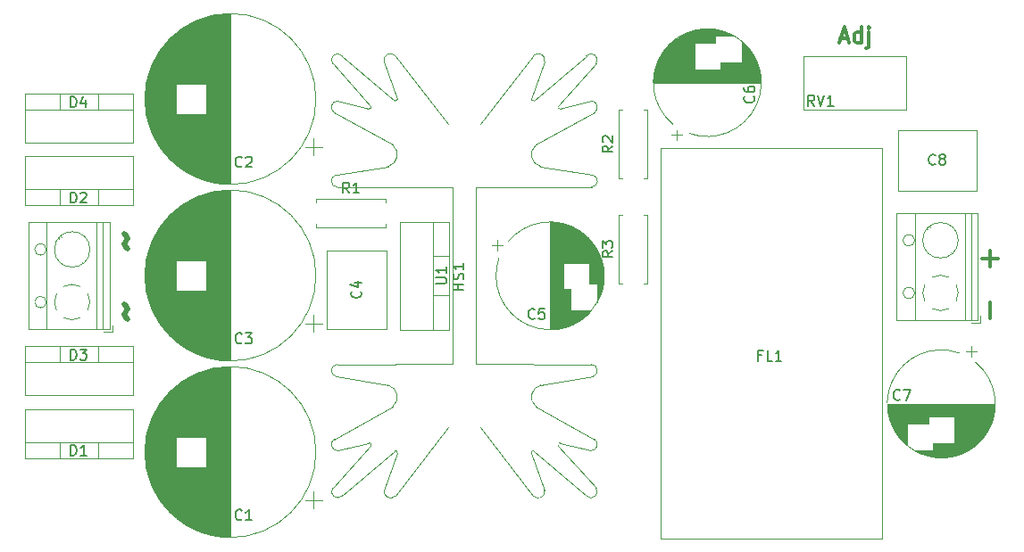
<source format=gbr>
%TF.GenerationSoftware,KiCad,Pcbnew,(6.0.0)*%
%TF.CreationDate,2022-07-31T17:47:01+01:00*%
%TF.ProjectId,M filament Heater,4d206669-6c61-46d6-956e-742048656174,rev?*%
%TF.SameCoordinates,Original*%
%TF.FileFunction,Legend,Top*%
%TF.FilePolarity,Positive*%
%FSLAX46Y46*%
G04 Gerber Fmt 4.6, Leading zero omitted, Abs format (unit mm)*
G04 Created by KiCad (PCBNEW (6.0.0)) date 2022-07-31 17:47:01*
%MOMM*%
%LPD*%
G01*
G04 APERTURE LIST*
%ADD10C,0.350000*%
%ADD11C,0.300000*%
%ADD12C,0.150000*%
%ADD13C,0.500000*%
%ADD14C,0.120000*%
G04 APERTURE END LIST*
D10*
X193821857Y-101611904D02*
X193821857Y-100088095D01*
X194583761Y-100850000D02*
X193059952Y-100850000D01*
X193821857Y-106561904D02*
X193821857Y-105038095D01*
D11*
X179616142Y-79930000D02*
X180330428Y-79930000D01*
X179473285Y-80358571D02*
X179973285Y-78858571D01*
X180473285Y-80358571D01*
X181616142Y-80358571D02*
X181616142Y-78858571D01*
X181616142Y-80287142D02*
X181473285Y-80358571D01*
X181187571Y-80358571D01*
X181044714Y-80287142D01*
X180973285Y-80215714D01*
X180901857Y-80072857D01*
X180901857Y-79644285D01*
X180973285Y-79501428D01*
X181044714Y-79430000D01*
X181187571Y-79358571D01*
X181473285Y-79358571D01*
X181616142Y-79430000D01*
X182330428Y-79358571D02*
X182330428Y-80644285D01*
X182259000Y-80787142D01*
X182116142Y-80858571D01*
X182044714Y-80858571D01*
X182330428Y-78858571D02*
X182259000Y-78930000D01*
X182330428Y-79001428D01*
X182401857Y-78930000D01*
X182330428Y-78858571D01*
X182330428Y-79001428D01*
D12*
%TO.C,C8*%
X188612333Y-91878705D02*
X188564714Y-91926324D01*
X188421857Y-91973943D01*
X188326619Y-91973943D01*
X188183761Y-91926324D01*
X188088523Y-91831086D01*
X188040904Y-91735848D01*
X187993285Y-91545372D01*
X187993285Y-91402515D01*
X188040904Y-91212039D01*
X188088523Y-91116801D01*
X188183761Y-91021563D01*
X188326619Y-90973943D01*
X188421857Y-90973943D01*
X188564714Y-91021563D01*
X188612333Y-91069182D01*
X189183761Y-91402515D02*
X189088523Y-91354896D01*
X189040904Y-91307277D01*
X188993285Y-91212039D01*
X188993285Y-91164420D01*
X189040904Y-91069182D01*
X189088523Y-91021563D01*
X189183761Y-90973943D01*
X189374238Y-90973943D01*
X189469476Y-91021563D01*
X189517095Y-91069182D01*
X189564714Y-91164420D01*
X189564714Y-91212039D01*
X189517095Y-91307277D01*
X189469476Y-91354896D01*
X189374238Y-91402515D01*
X189183761Y-91402515D01*
X189088523Y-91450134D01*
X189040904Y-91497753D01*
X188993285Y-91592991D01*
X188993285Y-91783467D01*
X189040904Y-91878705D01*
X189088523Y-91926324D01*
X189183761Y-91973943D01*
X189374238Y-91973943D01*
X189469476Y-91926324D01*
X189517095Y-91878705D01*
X189564714Y-91783467D01*
X189564714Y-91592991D01*
X189517095Y-91497753D01*
X189469476Y-91450134D01*
X189374238Y-91402515D01*
%TO.C,C6*%
X171371569Y-85433989D02*
X171419188Y-85481608D01*
X171466807Y-85624465D01*
X171466807Y-85719703D01*
X171419188Y-85862561D01*
X171323950Y-85957799D01*
X171228712Y-86005418D01*
X171038236Y-86053037D01*
X170895379Y-86053037D01*
X170704903Y-86005418D01*
X170609665Y-85957799D01*
X170514427Y-85862561D01*
X170466807Y-85719703D01*
X170466807Y-85624465D01*
X170514427Y-85481608D01*
X170562046Y-85433989D01*
X170466807Y-84576846D02*
X170466807Y-84767323D01*
X170514427Y-84862561D01*
X170562046Y-84910180D01*
X170704903Y-85005418D01*
X170895379Y-85053037D01*
X171276331Y-85053037D01*
X171371569Y-85005418D01*
X171419188Y-84957799D01*
X171466807Y-84862561D01*
X171466807Y-84672084D01*
X171419188Y-84576846D01*
X171371569Y-84529227D01*
X171276331Y-84481608D01*
X171038236Y-84481608D01*
X170942998Y-84529227D01*
X170895379Y-84576846D01*
X170847760Y-84672084D01*
X170847760Y-84862561D01*
X170895379Y-84957799D01*
X170942998Y-85005418D01*
X171038236Y-85053037D01*
%TO.C,C1*%
X122845088Y-125594301D02*
X122797469Y-125641920D01*
X122654612Y-125689539D01*
X122559374Y-125689539D01*
X122416516Y-125641920D01*
X122321278Y-125546682D01*
X122273659Y-125451444D01*
X122226040Y-125260968D01*
X122226040Y-125118111D01*
X122273659Y-124927635D01*
X122321278Y-124832397D01*
X122416516Y-124737159D01*
X122559374Y-124689539D01*
X122654612Y-124689539D01*
X122797469Y-124737159D01*
X122845088Y-124784778D01*
X123797469Y-125689539D02*
X123226040Y-125689539D01*
X123511755Y-125689539D02*
X123511755Y-124689539D01*
X123416516Y-124832397D01*
X123321278Y-124927635D01*
X123226040Y-124975254D01*
%TO.C,D4*%
X106595904Y-86487380D02*
X106595904Y-85487380D01*
X106834000Y-85487380D01*
X106976857Y-85535000D01*
X107072095Y-85630238D01*
X107119714Y-85725476D01*
X107167333Y-85915952D01*
X107167333Y-86058809D01*
X107119714Y-86249285D01*
X107072095Y-86344523D01*
X106976857Y-86439761D01*
X106834000Y-86487380D01*
X106595904Y-86487380D01*
X108024476Y-85820714D02*
X108024476Y-86487380D01*
X107786380Y-85439761D02*
X107548285Y-86154047D01*
X108167333Y-86154047D01*
%TO.C,C2*%
X122845088Y-92073828D02*
X122797469Y-92121447D01*
X122654612Y-92169066D01*
X122559374Y-92169066D01*
X122416516Y-92121447D01*
X122321278Y-92026209D01*
X122273659Y-91930971D01*
X122226040Y-91740495D01*
X122226040Y-91597638D01*
X122273659Y-91407162D01*
X122321278Y-91311924D01*
X122416516Y-91216686D01*
X122559374Y-91169066D01*
X122654612Y-91169066D01*
X122797469Y-91216686D01*
X122845088Y-91264305D01*
X123226040Y-91264305D02*
X123273659Y-91216686D01*
X123368897Y-91169066D01*
X123606993Y-91169066D01*
X123702231Y-91216686D01*
X123749850Y-91264305D01*
X123797469Y-91359543D01*
X123797469Y-91454781D01*
X123749850Y-91597638D01*
X123178421Y-92169066D01*
X123797469Y-92169066D01*
%TO.C,D2*%
X106595904Y-95562380D02*
X106595904Y-94562380D01*
X106834000Y-94562380D01*
X106976857Y-94610000D01*
X107072095Y-94705238D01*
X107119714Y-94800476D01*
X107167333Y-94990952D01*
X107167333Y-95133809D01*
X107119714Y-95324285D01*
X107072095Y-95419523D01*
X106976857Y-95514761D01*
X106834000Y-95562380D01*
X106595904Y-95562380D01*
X107548285Y-94657619D02*
X107595904Y-94610000D01*
X107691142Y-94562380D01*
X107929238Y-94562380D01*
X108024476Y-94610000D01*
X108072095Y-94657619D01*
X108119714Y-94752857D01*
X108119714Y-94848095D01*
X108072095Y-94990952D01*
X107500666Y-95562380D01*
X108119714Y-95562380D01*
%TO.C,R3*%
X158031380Y-100136666D02*
X157555190Y-100470000D01*
X158031380Y-100708095D02*
X157031380Y-100708095D01*
X157031380Y-100327142D01*
X157079000Y-100231904D01*
X157126619Y-100184285D01*
X157221857Y-100136666D01*
X157364714Y-100136666D01*
X157459952Y-100184285D01*
X157507571Y-100231904D01*
X157555190Y-100327142D01*
X157555190Y-100708095D01*
X157031380Y-99803333D02*
X157031380Y-99184285D01*
X157412333Y-99517619D01*
X157412333Y-99374761D01*
X157459952Y-99279523D01*
X157507571Y-99231904D01*
X157602809Y-99184285D01*
X157840904Y-99184285D01*
X157936142Y-99231904D01*
X157983761Y-99279523D01*
X158031380Y-99374761D01*
X158031380Y-99660476D01*
X157983761Y-99755714D01*
X157936142Y-99803333D01*
%TO.C,R2*%
X158031380Y-90166666D02*
X157555190Y-90500000D01*
X158031380Y-90738095D02*
X157031380Y-90738095D01*
X157031380Y-90357142D01*
X157079000Y-90261904D01*
X157126619Y-90214285D01*
X157221857Y-90166666D01*
X157364714Y-90166666D01*
X157459952Y-90214285D01*
X157507571Y-90261904D01*
X157555190Y-90357142D01*
X157555190Y-90738095D01*
X157126619Y-89785714D02*
X157079000Y-89738095D01*
X157031380Y-89642857D01*
X157031380Y-89404761D01*
X157079000Y-89309523D01*
X157126619Y-89261904D01*
X157221857Y-89214285D01*
X157317095Y-89214285D01*
X157459952Y-89261904D01*
X158031380Y-89833333D01*
X158031380Y-89214285D01*
%TO.C,U1*%
X141261380Y-103221904D02*
X142070904Y-103221904D01*
X142166142Y-103174285D01*
X142213761Y-103126666D01*
X142261380Y-103031428D01*
X142261380Y-102840952D01*
X142213761Y-102745714D01*
X142166142Y-102698095D01*
X142070904Y-102650476D01*
X141261380Y-102650476D01*
X142261380Y-101650476D02*
X142261380Y-102221904D01*
X142261380Y-101936190D02*
X141261380Y-101936190D01*
X141404238Y-102031428D01*
X141499476Y-102126666D01*
X141547095Y-102221904D01*
%TO.C,D3*%
X106595904Y-110472380D02*
X106595904Y-109472380D01*
X106834000Y-109472380D01*
X106976857Y-109520000D01*
X107072095Y-109615238D01*
X107119714Y-109710476D01*
X107167333Y-109900952D01*
X107167333Y-110043809D01*
X107119714Y-110234285D01*
X107072095Y-110329523D01*
X106976857Y-110424761D01*
X106834000Y-110472380D01*
X106595904Y-110472380D01*
X107500666Y-109472380D02*
X108119714Y-109472380D01*
X107786380Y-109853333D01*
X107929238Y-109853333D01*
X108024476Y-109900952D01*
X108072095Y-109948571D01*
X108119714Y-110043809D01*
X108119714Y-110281904D01*
X108072095Y-110377142D01*
X108024476Y-110424761D01*
X107929238Y-110472380D01*
X107643523Y-110472380D01*
X107548285Y-110424761D01*
X107500666Y-110377142D01*
%TO.C,D1*%
X106595904Y-119547380D02*
X106595904Y-118547380D01*
X106834000Y-118547380D01*
X106976857Y-118595000D01*
X107072095Y-118690238D01*
X107119714Y-118785476D01*
X107167333Y-118975952D01*
X107167333Y-119118809D01*
X107119714Y-119309285D01*
X107072095Y-119404523D01*
X106976857Y-119499761D01*
X106834000Y-119547380D01*
X106595904Y-119547380D01*
X108119714Y-119547380D02*
X107548285Y-119547380D01*
X107834000Y-119547380D02*
X107834000Y-118547380D01*
X107738761Y-118690238D01*
X107643523Y-118785476D01*
X107548285Y-118833095D01*
%TO.C,HS1*%
X143886380Y-103848095D02*
X142886380Y-103848095D01*
X143362571Y-103848095D02*
X143362571Y-103276666D01*
X143886380Y-103276666D02*
X142886380Y-103276666D01*
X143838761Y-102848095D02*
X143886380Y-102705238D01*
X143886380Y-102467142D01*
X143838761Y-102371904D01*
X143791142Y-102324285D01*
X143695904Y-102276666D01*
X143600666Y-102276666D01*
X143505428Y-102324285D01*
X143457809Y-102371904D01*
X143410190Y-102467142D01*
X143362571Y-102657619D01*
X143314952Y-102752857D01*
X143267333Y-102800476D01*
X143172095Y-102848095D01*
X143076857Y-102848095D01*
X142981619Y-102800476D01*
X142934000Y-102752857D01*
X142886380Y-102657619D01*
X142886380Y-102419523D01*
X142934000Y-102276666D01*
X143886380Y-101324285D02*
X143886380Y-101895714D01*
X143886380Y-101610000D02*
X142886380Y-101610000D01*
X143029238Y-101705238D01*
X143124476Y-101800476D01*
X143172095Y-101895714D01*
%TO.C,RV1*%
X177143761Y-86342980D02*
X176810428Y-85866790D01*
X176572333Y-86342980D02*
X176572333Y-85342980D01*
X176953285Y-85342980D01*
X177048523Y-85390600D01*
X177096142Y-85438219D01*
X177143761Y-85533457D01*
X177143761Y-85676314D01*
X177096142Y-85771552D01*
X177048523Y-85819171D01*
X176953285Y-85866790D01*
X176572333Y-85866790D01*
X177429476Y-85342980D02*
X177762809Y-86342980D01*
X178096142Y-85342980D01*
X178953285Y-86342980D02*
X178381857Y-86342980D01*
X178667571Y-86342980D02*
X178667571Y-85342980D01*
X178572333Y-85485838D01*
X178477095Y-85581076D01*
X178381857Y-85628695D01*
%TO.C,C3*%
X122845088Y-108834064D02*
X122797469Y-108881683D01*
X122654612Y-108929302D01*
X122559374Y-108929302D01*
X122416516Y-108881683D01*
X122321278Y-108786445D01*
X122273659Y-108691207D01*
X122226040Y-108500731D01*
X122226040Y-108357874D01*
X122273659Y-108167398D01*
X122321278Y-108072160D01*
X122416516Y-107976922D01*
X122559374Y-107929302D01*
X122654612Y-107929302D01*
X122797469Y-107976922D01*
X122845088Y-108024541D01*
X123178421Y-107929302D02*
X123797469Y-107929302D01*
X123464135Y-108310255D01*
X123606993Y-108310255D01*
X123702231Y-108357874D01*
X123749850Y-108405493D01*
X123797469Y-108500731D01*
X123797469Y-108738826D01*
X123749850Y-108834064D01*
X123702231Y-108881683D01*
X123606993Y-108929302D01*
X123321278Y-108929302D01*
X123226040Y-108881683D01*
X123178421Y-108834064D01*
%TO.C,FL1*%
X172168452Y-110036071D02*
X171835119Y-110036071D01*
X171835119Y-110559880D02*
X171835119Y-109559880D01*
X172311309Y-109559880D01*
X173168452Y-110559880D02*
X172692262Y-110559880D01*
X172692262Y-109559880D01*
X174025595Y-110559880D02*
X173454167Y-110559880D01*
X173739881Y-110559880D02*
X173739881Y-109559880D01*
X173644643Y-109702738D01*
X173549405Y-109797976D01*
X173454167Y-109845595D01*
%TO.C,C5*%
X150623888Y-106504642D02*
X150576269Y-106552261D01*
X150433412Y-106599880D01*
X150338174Y-106599880D01*
X150195316Y-106552261D01*
X150100078Y-106457023D01*
X150052459Y-106361785D01*
X150004840Y-106171309D01*
X150004840Y-106028452D01*
X150052459Y-105837976D01*
X150100078Y-105742738D01*
X150195316Y-105647500D01*
X150338174Y-105599880D01*
X150433412Y-105599880D01*
X150576269Y-105647500D01*
X150623888Y-105695119D01*
X151528650Y-105599880D02*
X151052459Y-105599880D01*
X151004840Y-106076071D01*
X151052459Y-106028452D01*
X151147697Y-105980833D01*
X151385793Y-105980833D01*
X151481031Y-106028452D01*
X151528650Y-106076071D01*
X151576269Y-106171309D01*
X151576269Y-106409404D01*
X151528650Y-106504642D01*
X151481031Y-106552261D01*
X151385793Y-106599880D01*
X151147697Y-106599880D01*
X151052459Y-106552261D01*
X151004840Y-106504642D01*
%TO.C,C4*%
X134096142Y-103966666D02*
X134143761Y-104014285D01*
X134191380Y-104157142D01*
X134191380Y-104252380D01*
X134143761Y-104395238D01*
X134048523Y-104490476D01*
X133953285Y-104538095D01*
X133762809Y-104585714D01*
X133619952Y-104585714D01*
X133429476Y-104538095D01*
X133334238Y-104490476D01*
X133239000Y-104395238D01*
X133191380Y-104252380D01*
X133191380Y-104157142D01*
X133239000Y-104014285D01*
X133286619Y-103966666D01*
X133524714Y-103109523D02*
X134191380Y-103109523D01*
X133143761Y-103347619D02*
X133858047Y-103585714D01*
X133858047Y-102966666D01*
%TO.C,C7*%
X185262333Y-114203705D02*
X185214714Y-114251324D01*
X185071857Y-114298943D01*
X184976619Y-114298943D01*
X184833761Y-114251324D01*
X184738523Y-114156086D01*
X184690904Y-114060848D01*
X184643285Y-113870372D01*
X184643285Y-113727515D01*
X184690904Y-113537039D01*
X184738523Y-113441801D01*
X184833761Y-113346563D01*
X184976619Y-113298943D01*
X185071857Y-113298943D01*
X185214714Y-113346563D01*
X185262333Y-113394182D01*
X185595666Y-113298943D02*
X186262333Y-113298943D01*
X185833761Y-114298943D01*
D13*
%TO.C,~  ~*%
X111998285Y-106627857D02*
X111855428Y-106485000D01*
X111712571Y-106199285D01*
X111998285Y-105627857D01*
X111855428Y-105342142D01*
X111712571Y-105199285D01*
X111998285Y-99913571D02*
X111855428Y-99770714D01*
X111712571Y-99485000D01*
X111998285Y-98913571D01*
X111855428Y-98627857D01*
X111712571Y-98485000D01*
D12*
%TO.C,R1*%
X133032333Y-94632380D02*
X132699000Y-94156190D01*
X132460904Y-94632380D02*
X132460904Y-93632380D01*
X132841857Y-93632380D01*
X132937095Y-93680000D01*
X132984714Y-93727619D01*
X133032333Y-93822857D01*
X133032333Y-93965714D01*
X132984714Y-94060952D01*
X132937095Y-94108571D01*
X132841857Y-94156190D01*
X132460904Y-94156190D01*
X133984714Y-94632380D02*
X133413285Y-94632380D01*
X133699000Y-94632380D02*
X133699000Y-93632380D01*
X133603761Y-93775238D01*
X133508523Y-93870476D01*
X133413285Y-93918095D01*
D14*
%TO.C,C8*%
X185059000Y-88649063D02*
X185059000Y-94389063D01*
X192499000Y-88649063D02*
X192499000Y-94389063D01*
X185059000Y-94389063D02*
X192499000Y-94389063D01*
X185059000Y-88649063D02*
X192499000Y-88649063D01*
%TO.C,C6*%
X162197427Y-82469000D02*
X165753427Y-82469000D01*
X165050427Y-79429000D02*
X168938427Y-79429000D01*
X165364427Y-79309000D02*
X168624427Y-79309000D01*
X170234427Y-80349000D02*
X170386427Y-80349000D01*
X164555427Y-79669000D02*
X169433427Y-79669000D01*
X164415427Y-79749000D02*
X167754427Y-79749000D01*
X162800427Y-81269000D02*
X165753427Y-81269000D01*
X170234427Y-81429000D02*
X171292427Y-81429000D01*
X162157427Y-82589000D02*
X165753427Y-82589000D01*
X170234427Y-80909000D02*
X170919427Y-80909000D01*
X168235427Y-82789000D02*
X171891427Y-82789000D01*
X162828427Y-81229000D02*
X165753427Y-81229000D01*
X170234427Y-81029000D02*
X171014427Y-81029000D01*
X163788427Y-80189000D02*
X167754427Y-80189000D01*
X162170427Y-82549000D02*
X165753427Y-82549000D01*
X165616427Y-79229000D02*
X168372427Y-79229000D01*
X162856427Y-81189000D02*
X165753427Y-81189000D01*
X163740427Y-80229000D02*
X167754427Y-80229000D01*
X166395427Y-79069000D02*
X167593427Y-79069000D01*
X162004427Y-83189000D02*
X171984427Y-83189000D01*
X168235427Y-82709000D02*
X171868427Y-82709000D01*
X170234427Y-80229000D02*
X170248427Y-80229000D01*
X162511427Y-81749000D02*
X165753427Y-81749000D01*
X161929427Y-83750000D02*
X172059427Y-83750000D01*
X162599427Y-81589000D02*
X165753427Y-81589000D01*
X168235427Y-82629000D02*
X171844427Y-82629000D01*
X162087427Y-82829000D02*
X165753427Y-82829000D01*
X163315427Y-80629000D02*
X165753427Y-80629000D01*
X170234427Y-81149000D02*
X171104427Y-81149000D01*
X161976427Y-83349000D02*
X172012427Y-83349000D01*
X170234427Y-80669000D02*
X170710427Y-80669000D01*
X170234427Y-81789000D02*
X171498427Y-81789000D01*
X170234427Y-81509000D02*
X171341427Y-81509000D01*
X170234427Y-81069000D02*
X171044427Y-81069000D01*
X162109427Y-82749000D02*
X165753427Y-82749000D01*
X164705427Y-79589000D02*
X169283427Y-79589000D01*
X162355427Y-82069000D02*
X165753427Y-82069000D01*
X168235427Y-82269000D02*
X171717427Y-82269000D01*
X162469427Y-81829000D02*
X165753427Y-81829000D01*
X170234427Y-80549000D02*
X170595427Y-80549000D01*
X170234427Y-80469000D02*
X170514427Y-80469000D01*
X162066427Y-82909000D02*
X171922427Y-82909000D01*
X170234427Y-81309000D02*
X171215427Y-81309000D01*
X163037427Y-80949000D02*
X165753427Y-80949000D01*
X161959427Y-83470000D02*
X172029427Y-83470000D01*
X166132427Y-79109000D02*
X167856427Y-79109000D01*
X161954427Y-83510000D02*
X172034427Y-83510000D01*
X162183427Y-82509000D02*
X165753427Y-82509000D01*
X162391427Y-81989000D02*
X165753427Y-81989000D01*
X161924427Y-83830000D02*
X172064427Y-83830000D01*
X162721427Y-81389000D02*
X165753427Y-81389000D01*
X163516427Y-80429000D02*
X165753427Y-80429000D01*
X162490427Y-81789000D02*
X165753427Y-81789000D01*
X162211427Y-82429000D02*
X165753427Y-82429000D01*
X170234427Y-81549000D02*
X171365427Y-81549000D01*
X162337427Y-82109000D02*
X165753427Y-82109000D01*
X163354427Y-80589000D02*
X165753427Y-80589000D01*
X162944427Y-81069000D02*
X165753427Y-81069000D01*
X162747427Y-81349000D02*
X165753427Y-81349000D01*
X170234427Y-81709000D02*
X171456427Y-81709000D01*
X163433427Y-80509000D02*
X165753427Y-80509000D01*
X162097427Y-82789000D02*
X165753427Y-82789000D01*
X170234427Y-81749000D02*
X171477427Y-81749000D01*
X163205427Y-80749000D02*
X165753427Y-80749000D01*
X170234427Y-81189000D02*
X171132427Y-81189000D01*
X170234427Y-80509000D02*
X170555427Y-80509000D01*
X161936427Y-83670000D02*
X172052427Y-83670000D01*
X161916427Y-83990000D02*
X172072427Y-83990000D01*
X161919427Y-83910000D02*
X172069427Y-83910000D01*
X163838427Y-80149000D02*
X167754427Y-80149000D01*
X161914427Y-84070000D02*
X172074427Y-84070000D01*
X170234427Y-80749000D02*
X170783427Y-80749000D01*
X170234427Y-81989000D02*
X171597427Y-81989000D01*
X162012427Y-83149000D02*
X171976427Y-83149000D01*
X170234427Y-81349000D02*
X171241427Y-81349000D01*
X162554427Y-81669000D02*
X165753427Y-81669000D01*
X162449427Y-81869000D02*
X165753427Y-81869000D01*
X163888427Y-80109000D02*
X167754427Y-80109000D01*
X162056427Y-82949000D02*
X171932427Y-82949000D01*
X162532427Y-81709000D02*
X165753427Y-81709000D01*
X162120427Y-82709000D02*
X165753427Y-82709000D01*
X161914427Y-84150000D02*
X172074427Y-84150000D01*
X164349427Y-79789000D02*
X167754427Y-79789000D01*
X163693427Y-80269000D02*
X167754427Y-80269000D01*
X164785427Y-79549000D02*
X169203427Y-79549000D01*
X163393427Y-80549000D02*
X165753427Y-80549000D01*
X162020427Y-83109000D02*
X171968427Y-83109000D01*
X161915427Y-84030000D02*
X172073427Y-84030000D01*
X161949427Y-83550000D02*
X172039427Y-83550000D01*
X161914427Y-84110000D02*
X172074427Y-84110000D01*
X163619427Y-89129646D02*
X164619427Y-89129646D01*
X170234427Y-81589000D02*
X171389427Y-81589000D01*
X161997427Y-83229000D02*
X171991427Y-83229000D01*
X163005427Y-80989000D02*
X165753427Y-80989000D01*
X163474427Y-80469000D02*
X165753427Y-80469000D01*
X170234427Y-80269000D02*
X170295427Y-80269000D01*
X163241427Y-80709000D02*
X165753427Y-80709000D01*
X170234427Y-81949000D02*
X171578427Y-81949000D01*
X162271427Y-82269000D02*
X165753427Y-82269000D01*
X162132427Y-82669000D02*
X165753427Y-82669000D01*
X162287427Y-82229000D02*
X165753427Y-82229000D01*
X170234427Y-80629000D02*
X170673427Y-80629000D01*
X170234427Y-82109000D02*
X171651427Y-82109000D01*
X163069427Y-80909000D02*
X165753427Y-80909000D01*
X168235427Y-82389000D02*
X171762427Y-82389000D01*
X170234427Y-81829000D02*
X171519427Y-81829000D01*
X162773427Y-81309000D02*
X165753427Y-81309000D01*
X164484427Y-79709000D02*
X169504427Y-79709000D01*
X170234427Y-80709000D02*
X170747427Y-80709000D01*
X162884427Y-81149000D02*
X165753427Y-81149000D01*
X165148427Y-79389000D02*
X168840427Y-79389000D01*
X164957427Y-79469000D02*
X169031427Y-79469000D01*
X168235427Y-82229000D02*
X171701427Y-82229000D01*
X170234427Y-81229000D02*
X171160427Y-81229000D01*
X164629427Y-79629000D02*
X169359427Y-79629000D01*
X162320427Y-82149000D02*
X165753427Y-82149000D01*
X162240427Y-82349000D02*
X165753427Y-82349000D01*
X162974427Y-81029000D02*
X165753427Y-81029000D01*
X162144427Y-82629000D02*
X165753427Y-82629000D01*
X170234427Y-80429000D02*
X170472427Y-80429000D01*
X168235427Y-82309000D02*
X171732427Y-82309000D01*
X170234427Y-81869000D02*
X171539427Y-81869000D01*
X168235427Y-82749000D02*
X171879427Y-82749000D01*
X170234427Y-80949000D02*
X170951427Y-80949000D01*
X170234427Y-82029000D02*
X171615427Y-82029000D01*
X165252427Y-79349000D02*
X168736427Y-79349000D01*
X162914427Y-81109000D02*
X165753427Y-81109000D01*
X170234427Y-81669000D02*
X171434427Y-81669000D01*
X161983427Y-83309000D02*
X172005427Y-83309000D01*
X162623427Y-81549000D02*
X165753427Y-81549000D01*
X170234427Y-80589000D02*
X170634427Y-80589000D01*
X170234427Y-81389000D02*
X171267427Y-81389000D01*
X161944427Y-83590000D02*
X172044427Y-83590000D01*
X170234427Y-82189000D02*
X171684427Y-82189000D01*
X161970427Y-83389000D02*
X172018427Y-83389000D01*
X168235427Y-82589000D02*
X171831427Y-82589000D01*
X162226427Y-82389000D02*
X165753427Y-82389000D01*
X170234427Y-81269000D02*
X171188427Y-81269000D01*
X162373427Y-82029000D02*
X165753427Y-82029000D01*
X168235427Y-82349000D02*
X171748427Y-82349000D01*
X163994427Y-80029000D02*
X167754427Y-80029000D01*
X162647427Y-81509000D02*
X165753427Y-81509000D01*
X170234427Y-80789000D02*
X170818427Y-80789000D01*
X162410427Y-81949000D02*
X165753427Y-81949000D01*
X162076427Y-82869000D02*
X165753427Y-82869000D01*
X162304427Y-82189000D02*
X165753427Y-82189000D01*
X163602427Y-80349000D02*
X167754427Y-80349000D01*
X161921427Y-83870000D02*
X172067427Y-83870000D01*
X168235427Y-82829000D02*
X171901427Y-82829000D01*
X170234427Y-80989000D02*
X170983427Y-80989000D01*
X170234427Y-81109000D02*
X171074427Y-81109000D01*
X162671427Y-81469000D02*
X165753427Y-81469000D01*
X164049427Y-79989000D02*
X167754427Y-79989000D01*
X168235427Y-82869000D02*
X171912427Y-82869000D01*
X161926427Y-83790000D02*
X172062427Y-83790000D01*
X170234427Y-82069000D02*
X171633427Y-82069000D01*
X164119427Y-89629646D02*
X164119427Y-88629646D01*
X161964427Y-83429000D02*
X172024427Y-83429000D01*
X164869427Y-79509000D02*
X169119427Y-79509000D01*
X162696427Y-81429000D02*
X165753427Y-81429000D01*
X162430427Y-81909000D02*
X165753427Y-81909000D01*
X162038427Y-83029000D02*
X171950427Y-83029000D01*
X161940427Y-83630000D02*
X172048427Y-83630000D01*
X162256427Y-82309000D02*
X165753427Y-82309000D01*
X161932427Y-83710000D02*
X172056427Y-83710000D01*
X168235427Y-82469000D02*
X171791427Y-82469000D01*
X170234427Y-80389000D02*
X170430427Y-80389000D01*
X162577427Y-81629000D02*
X165753427Y-81629000D01*
X164285427Y-79829000D02*
X167754427Y-79829000D01*
X162029427Y-83069000D02*
X171959427Y-83069000D01*
X168235427Y-82509000D02*
X171805427Y-82509000D01*
X162047427Y-82989000D02*
X171941427Y-82989000D01*
X170234427Y-80309000D02*
X170341427Y-80309000D01*
X170234427Y-82149000D02*
X171668427Y-82149000D01*
X163647427Y-80309000D02*
X167754427Y-80309000D01*
X163170427Y-80789000D02*
X165753427Y-80789000D01*
X170234427Y-80869000D02*
X170886427Y-80869000D01*
X163102427Y-80869000D02*
X165753427Y-80869000D01*
X165764427Y-79189000D02*
X168224427Y-79189000D01*
X161990427Y-83269000D02*
X171998427Y-83269000D01*
X165932427Y-79149000D02*
X168056427Y-79149000D01*
X163558427Y-80389000D02*
X167754427Y-80389000D01*
X170234427Y-81909000D02*
X171558427Y-81909000D01*
X163940427Y-80069000D02*
X167754427Y-80069000D01*
X168235427Y-82669000D02*
X171856427Y-82669000D01*
X170234427Y-81469000D02*
X171317427Y-81469000D01*
X168235427Y-82549000D02*
X171818427Y-82549000D01*
X161917427Y-83950000D02*
X172071427Y-83950000D01*
X170234427Y-81629000D02*
X171411427Y-81629000D01*
X164224427Y-79869000D02*
X167754427Y-79869000D01*
X163136427Y-80829000D02*
X165753427Y-80829000D01*
X170234427Y-80829000D02*
X170852427Y-80829000D01*
X168235427Y-82429000D02*
X171777427Y-82429000D01*
X165484427Y-79269000D02*
X168504427Y-79269000D01*
X164105427Y-79949000D02*
X167754427Y-79949000D01*
X164164427Y-79909000D02*
X167754427Y-79909000D01*
X163278427Y-80669000D02*
X165753427Y-80669000D01*
X165281329Y-88974903D02*
G75*
G03*
X163734427Y-88098012I1713097J4824904D01*
G01*
%TO.C,C1*%
X113680755Y-119989659D02*
X113680755Y-118459659D01*
X114600755Y-123014659D02*
X114600755Y-115434659D01*
X121561755Y-127302659D02*
X121561755Y-111146659D01*
X119520755Y-126989659D02*
X119520755Y-111459659D01*
X117320755Y-117784659D02*
X117320755Y-112465659D01*
X119120755Y-126863659D02*
X119120755Y-120664659D01*
X115520755Y-124380659D02*
X115520755Y-114068659D01*
X113760755Y-120575659D02*
X113760755Y-117873659D01*
X117400755Y-126035659D02*
X117400755Y-120664659D01*
X116360755Y-125249659D02*
X116360755Y-113199659D01*
X120720755Y-127238659D02*
X120720755Y-111210659D01*
X117720755Y-117784659D02*
X117720755Y-112220659D01*
X118720755Y-126714659D02*
X118720755Y-120664659D01*
X118840755Y-126761659D02*
X118840755Y-120664659D01*
X118960755Y-126806659D02*
X118960755Y-120664659D01*
X117480755Y-126085659D02*
X117480755Y-120664659D01*
X118200755Y-117784659D02*
X118200755Y-111966659D01*
X119440755Y-117784659D02*
X119440755Y-111482659D01*
X120160755Y-127145659D02*
X120160755Y-111303659D01*
X117600755Y-117784659D02*
X117600755Y-112290659D01*
X121401755Y-127297659D02*
X121401755Y-111151659D01*
X113800755Y-120788659D02*
X113800755Y-117660659D01*
X115440755Y-124283659D02*
X115440755Y-114165659D01*
X120520755Y-127209659D02*
X120520755Y-111239659D01*
X116640755Y-125487659D02*
X116640755Y-120664659D01*
X117480755Y-117784659D02*
X117480755Y-112363659D01*
X119760755Y-127054659D02*
X119760755Y-111394659D01*
X113840755Y-120976659D02*
X113840755Y-117472659D01*
X119920755Y-127093659D02*
X119920755Y-111355659D01*
X115840755Y-124742659D02*
X115840755Y-113706659D01*
X118800755Y-126746659D02*
X118800755Y-120664659D01*
X120560755Y-127215659D02*
X120560755Y-111233659D01*
X119640755Y-127023659D02*
X119640755Y-111425659D01*
X114560755Y-122939659D02*
X114560755Y-115509659D01*
X115600755Y-124475659D02*
X115600755Y-113973659D01*
X118480755Y-126613659D02*
X118480755Y-120664659D01*
X114040755Y-121702659D02*
X114040755Y-116746659D01*
X119040755Y-117784659D02*
X119040755Y-111613659D01*
X118920755Y-117784659D02*
X118920755Y-111656659D01*
X118400755Y-117784659D02*
X118400755Y-111871659D01*
X115280755Y-124078659D02*
X115280755Y-114370659D01*
X119680755Y-127034659D02*
X119680755Y-111414659D01*
X119000755Y-117784659D02*
X119000755Y-111627659D01*
X120000755Y-127111659D02*
X120000755Y-111337659D01*
X118320755Y-126540659D02*
X118320755Y-120664659D01*
X116120755Y-125026659D02*
X116120755Y-113422659D01*
X117680755Y-117784659D02*
X117680755Y-112243659D01*
X116320755Y-125213659D02*
X116320755Y-113235659D01*
X116160755Y-125064659D02*
X116160755Y-113384659D01*
X117000755Y-125763659D02*
X117000755Y-120664659D01*
X116440755Y-125319659D02*
X116440755Y-113129659D01*
X120640755Y-127227659D02*
X120640755Y-111221659D01*
X115640755Y-124521659D02*
X115640755Y-113927659D01*
X121521755Y-127301659D02*
X121521755Y-111147659D01*
X114880755Y-123497659D02*
X114880755Y-114951659D01*
X118640755Y-126681659D02*
X118640755Y-120664659D01*
X116960755Y-125734659D02*
X116960755Y-120664659D01*
X114840755Y-123433659D02*
X114840755Y-115015659D01*
X119960755Y-127102659D02*
X119960755Y-111346659D01*
X118560755Y-126647659D02*
X118560755Y-120664659D01*
X120280755Y-127168659D02*
X120280755Y-111280659D01*
X120840755Y-127252659D02*
X120840755Y-111196659D01*
X118400755Y-126577659D02*
X118400755Y-120664659D01*
X117040755Y-125792659D02*
X117040755Y-120664659D01*
X115760755Y-124656659D02*
X115760755Y-113792659D01*
X113720755Y-120322659D02*
X113720755Y-118126659D01*
X115880755Y-124784659D02*
X115880755Y-113664659D01*
X117440755Y-126060659D02*
X117440755Y-120664659D01*
X118440755Y-126595659D02*
X118440755Y-120664659D01*
X116720755Y-125551659D02*
X116720755Y-120664659D01*
X121641755Y-127304659D02*
X121641755Y-111144659D01*
X114320755Y-122437659D02*
X114320755Y-116011659D01*
X119440755Y-126966659D02*
X119440755Y-120664659D01*
X118280755Y-126521659D02*
X118280755Y-120664659D01*
X115000755Y-123683659D02*
X115000755Y-114765659D01*
X121481755Y-127300659D02*
X121481755Y-111148659D01*
X120080755Y-127129659D02*
X120080755Y-111319659D01*
X116000755Y-124908659D02*
X116000755Y-113540659D01*
X116920755Y-125704659D02*
X116920755Y-120664659D01*
X119600755Y-127012659D02*
X119600755Y-111436659D01*
X118120755Y-117784659D02*
X118120755Y-112005659D01*
X118640755Y-117784659D02*
X118640755Y-111767659D01*
X116800755Y-125614659D02*
X116800755Y-120664659D01*
X119240755Y-117784659D02*
X119240755Y-111544659D01*
X116200755Y-125102659D02*
X116200755Y-113346659D01*
X119720755Y-127044659D02*
X119720755Y-111404659D01*
X116960755Y-117784659D02*
X116960755Y-112714659D01*
X115240755Y-124024659D02*
X115240755Y-114424659D01*
X120240755Y-127161659D02*
X120240755Y-111287659D01*
X116480755Y-125353659D02*
X116480755Y-113095659D01*
X120800755Y-127248659D02*
X120800755Y-111200659D01*
X118760755Y-126730659D02*
X118760755Y-120664659D01*
X114360755Y-122527659D02*
X114360755Y-115921659D01*
X117520755Y-126110659D02*
X117520755Y-120664659D01*
X114640755Y-123088659D02*
X114640755Y-115360659D01*
X119560755Y-127001659D02*
X119560755Y-111447659D01*
X113880755Y-121144659D02*
X113880755Y-117304659D01*
X116240755Y-125140659D02*
X116240755Y-113308659D01*
X116400755Y-125284659D02*
X116400755Y-113164659D01*
X121201755Y-127285659D02*
X121201755Y-111163659D01*
X117880755Y-117784659D02*
X117880755Y-112130659D01*
X121040755Y-127273659D02*
X121040755Y-111175659D01*
X117920755Y-117784659D02*
X117920755Y-112109659D01*
X116680755Y-125519659D02*
X116680755Y-120664659D01*
X115360755Y-124182659D02*
X115360755Y-114266659D01*
X118360755Y-117784659D02*
X118360755Y-111890659D01*
X117240755Y-125930659D02*
X117240755Y-120664659D01*
X120120755Y-127137659D02*
X120120755Y-111311659D01*
X118000755Y-117784659D02*
X118000755Y-112067659D01*
X117840755Y-117784659D02*
X117840755Y-112152659D01*
X115800755Y-124699659D02*
X115800755Y-113749659D01*
X121081755Y-127276659D02*
X121081755Y-111172659D01*
X118040755Y-117784659D02*
X118040755Y-112046659D01*
X118240755Y-126502659D02*
X118240755Y-120664659D01*
X119400755Y-126954659D02*
X119400755Y-120664659D01*
X117080755Y-125820659D02*
X117080755Y-120664659D01*
X117720755Y-126228659D02*
X117720755Y-120664659D01*
X116080755Y-124987659D02*
X116080755Y-113461659D01*
X116920755Y-117784659D02*
X116920755Y-112744659D01*
X120760755Y-127243659D02*
X120760755Y-111205659D01*
X114920755Y-123560659D02*
X114920755Y-114888659D01*
X120360755Y-127183659D02*
X120360755Y-111265659D01*
X118680755Y-126698659D02*
X118680755Y-120664659D01*
X116760755Y-125582659D02*
X116760755Y-120664659D01*
X116280755Y-125176659D02*
X116280755Y-113272659D01*
X117080755Y-117784659D02*
X117080755Y-112628659D01*
X116880755Y-125674659D02*
X116880755Y-120664659D01*
X119120755Y-117784659D02*
X119120755Y-111585659D01*
X115080755Y-123801659D02*
X115080755Y-114647659D01*
X115160755Y-123915659D02*
X115160755Y-114533659D01*
X119480755Y-126978659D02*
X119480755Y-111470659D01*
X118560755Y-117784659D02*
X118560755Y-111801659D01*
X114280755Y-122344659D02*
X114280755Y-116104659D01*
X115400755Y-124233659D02*
X115400755Y-114215659D01*
X119160755Y-126877659D02*
X119160755Y-120664659D01*
X117920755Y-126339659D02*
X117920755Y-120664659D01*
X115560755Y-124428659D02*
X115560755Y-114020659D01*
X118920755Y-126792659D02*
X118920755Y-120664659D01*
X119360755Y-117784659D02*
X119360755Y-111506659D01*
X117520755Y-117784659D02*
X117520755Y-112338659D01*
X117240755Y-117784659D02*
X117240755Y-112518659D01*
X121761755Y-127305659D02*
X121761755Y-111143659D01*
X116640755Y-117784659D02*
X116640755Y-112961659D01*
X117760755Y-117784659D02*
X117760755Y-112197659D01*
X117760755Y-126251659D02*
X117760755Y-120664659D01*
X121000755Y-127269659D02*
X121000755Y-111179659D01*
X118880755Y-126777659D02*
X118880755Y-120664659D01*
X119280755Y-126917659D02*
X119280755Y-120664659D01*
X117120755Y-117784659D02*
X117120755Y-112600659D01*
X115120755Y-123858659D02*
X115120755Y-114590659D01*
X115960755Y-124867659D02*
X115960755Y-113581659D01*
X118240755Y-117784659D02*
X118240755Y-111946659D01*
X121161755Y-127282659D02*
X121161755Y-111166659D01*
X117640755Y-126182659D02*
X117640755Y-120664659D01*
X117320755Y-125983659D02*
X117320755Y-120664659D01*
X116520755Y-125387659D02*
X116520755Y-113061659D01*
X114760755Y-123300659D02*
X114760755Y-115148659D01*
X119320755Y-126929659D02*
X119320755Y-120664659D01*
X130451246Y-123779659D02*
X128851246Y-123779659D01*
X119200755Y-117784659D02*
X119200755Y-111558659D01*
X121121755Y-127279659D02*
X121121755Y-111169659D01*
X118160755Y-126463659D02*
X118160755Y-120664659D01*
X116040755Y-124948659D02*
X116040755Y-113500659D01*
X118720755Y-117784659D02*
X118720755Y-111734659D01*
X119360755Y-126942659D02*
X119360755Y-120664659D01*
X114400755Y-122614659D02*
X114400755Y-115834659D01*
X117160755Y-125876659D02*
X117160755Y-120664659D01*
X120920755Y-127261659D02*
X120920755Y-111187659D01*
X113960755Y-121442659D02*
X113960755Y-117006659D01*
X118040755Y-126402659D02*
X118040755Y-120664659D01*
X118800755Y-117784659D02*
X118800755Y-111702659D01*
X118160755Y-117784659D02*
X118160755Y-111985659D01*
X119320755Y-117784659D02*
X119320755Y-111519659D01*
X117560755Y-126134659D02*
X117560755Y-120664659D01*
X119160755Y-117784659D02*
X119160755Y-111571659D01*
X114440755Y-122699659D02*
X114440755Y-115749659D01*
X118200755Y-126482659D02*
X118200755Y-120664659D01*
X119280755Y-117784659D02*
X119280755Y-111531659D01*
X120960755Y-127265659D02*
X120960755Y-111183659D01*
X118080755Y-117784659D02*
X118080755Y-112025659D01*
X116840755Y-125644659D02*
X116840755Y-120664659D01*
X117840755Y-126296659D02*
X117840755Y-120664659D01*
X119080755Y-117784659D02*
X119080755Y-111599659D01*
X117360755Y-126009659D02*
X117360755Y-120664659D01*
X118600755Y-117784659D02*
X118600755Y-111784659D01*
X119200755Y-126890659D02*
X119200755Y-120664659D01*
X121721755Y-127304659D02*
X121721755Y-111144659D01*
X118280755Y-117784659D02*
X118280755Y-111927659D01*
X121241755Y-127288659D02*
X121241755Y-111160659D01*
X118880755Y-117784659D02*
X118880755Y-111671659D01*
X114680755Y-123160659D02*
X114680755Y-115288659D01*
X114240755Y-122248659D02*
X114240755Y-116200659D01*
X118520755Y-117784659D02*
X118520755Y-111818659D01*
X114480755Y-122781659D02*
X114480755Y-115667659D01*
X114520755Y-122861659D02*
X114520755Y-115587659D01*
X119880755Y-127084659D02*
X119880755Y-111364659D01*
X116680755Y-117784659D02*
X116680755Y-112929659D01*
X117880755Y-126318659D02*
X117880755Y-120664659D01*
X121601755Y-127303659D02*
X121601755Y-111145659D01*
X114120755Y-121935659D02*
X114120755Y-116513659D01*
X114200755Y-122148659D02*
X114200755Y-116300659D01*
X121441755Y-127298659D02*
X121441755Y-111150659D01*
X120320755Y-127176659D02*
X120320755Y-111272659D01*
X117800755Y-126273659D02*
X117800755Y-120664659D01*
X118600755Y-126664659D02*
X118600755Y-120664659D01*
X117280755Y-125957659D02*
X117280755Y-120664659D01*
X118480755Y-117784659D02*
X118480755Y-111835659D01*
X118520755Y-126630659D02*
X118520755Y-120664659D01*
X117440755Y-117784659D02*
X117440755Y-112388659D01*
X118320755Y-117784659D02*
X118320755Y-111908659D01*
X116800755Y-117784659D02*
X116800755Y-112834659D01*
X117120755Y-125848659D02*
X117120755Y-120664659D01*
X118120755Y-126443659D02*
X118120755Y-120664659D01*
X118000755Y-126381659D02*
X118000755Y-120664659D01*
X114080755Y-121821659D02*
X114080755Y-116627659D01*
X116840755Y-117784659D02*
X116840755Y-112804659D01*
X116720755Y-117784659D02*
X116720755Y-112897659D01*
X117680755Y-126205659D02*
X117680755Y-120664659D01*
X117200755Y-125903659D02*
X117200755Y-120664659D01*
X117960755Y-117784659D02*
X117960755Y-112088659D01*
X117200755Y-117784659D02*
X117200755Y-112545659D01*
X115040755Y-123743659D02*
X115040755Y-114705659D01*
X118840755Y-117784659D02*
X118840755Y-111687659D01*
X114000755Y-121575659D02*
X114000755Y-116873659D01*
X121681755Y-127304659D02*
X121681755Y-111144659D01*
X116560755Y-125421659D02*
X116560755Y-113027659D01*
X117280755Y-117784659D02*
X117280755Y-112491659D01*
X121281755Y-127290659D02*
X121281755Y-111158659D01*
X117000755Y-117784659D02*
X117000755Y-112685659D01*
X113920755Y-121298659D02*
X113920755Y-117150659D01*
X116760755Y-117784659D02*
X116760755Y-112866659D01*
X119840755Y-127074659D02*
X119840755Y-111374659D01*
X120600755Y-127221659D02*
X120600755Y-111227659D01*
X117360755Y-117784659D02*
X117360755Y-112439659D01*
X117400755Y-117784659D02*
X117400755Y-112413659D01*
X114800755Y-123367659D02*
X114800755Y-115081659D01*
X115920755Y-124826659D02*
X115920755Y-113622659D01*
X116600755Y-125454659D02*
X116600755Y-120664659D01*
X114960755Y-123622659D02*
X114960755Y-114826659D01*
X119400755Y-117784659D02*
X119400755Y-111494659D01*
X120880755Y-127257659D02*
X120880755Y-111191659D01*
X120400755Y-127190659D02*
X120400755Y-111258659D01*
X117960755Y-126360659D02*
X117960755Y-120664659D01*
X115680755Y-124567659D02*
X115680755Y-113881659D01*
X116880755Y-117784659D02*
X116880755Y-112774659D01*
X120680755Y-127232659D02*
X120680755Y-111216659D01*
X118080755Y-126423659D02*
X118080755Y-120664659D01*
X117040755Y-117784659D02*
X117040755Y-112656659D01*
X121361755Y-127295659D02*
X121361755Y-111153659D01*
X116600755Y-117784659D02*
X116600755Y-112994659D01*
X117160755Y-117784659D02*
X117160755Y-112572659D01*
X115200755Y-123970659D02*
X115200755Y-114478659D01*
X119800755Y-127064659D02*
X119800755Y-111384659D01*
X115720755Y-124612659D02*
X115720755Y-113836659D01*
X119240755Y-126904659D02*
X119240755Y-120664659D01*
X121321755Y-127293659D02*
X121321755Y-111155659D01*
X114160755Y-122044659D02*
X114160755Y-116404659D01*
X117800755Y-117784659D02*
X117800755Y-112175659D01*
X129651246Y-124579659D02*
X129651246Y-122979659D01*
X115480755Y-124332659D02*
X115480755Y-114116659D01*
X117560755Y-117784659D02*
X117560755Y-112314659D01*
X119040755Y-126835659D02*
X119040755Y-120664659D01*
X118440755Y-117784659D02*
X118440755Y-111853659D01*
X117640755Y-117784659D02*
X117640755Y-112266659D01*
X118760755Y-117784659D02*
X118760755Y-111718659D01*
X120480755Y-127203659D02*
X120480755Y-111245659D01*
X119080755Y-126849659D02*
X119080755Y-120664659D01*
X117600755Y-126158659D02*
X117600755Y-120664659D01*
X118680755Y-117784659D02*
X118680755Y-111750659D01*
X120440755Y-127196659D02*
X120440755Y-111252659D01*
X115320755Y-124130659D02*
X115320755Y-114318659D01*
X118360755Y-126558659D02*
X118360755Y-120664659D01*
X120200755Y-127153659D02*
X120200755Y-111295659D01*
X114720755Y-123231659D02*
X114720755Y-115217659D01*
X119000755Y-126821659D02*
X119000755Y-120664659D01*
X118960755Y-117784659D02*
X118960755Y-111642659D01*
X120040755Y-127120659D02*
X120040755Y-111328659D01*
X129881755Y-119224659D02*
G75*
G03*
X129881755Y-119224659I-8120000J0D01*
G01*
%TO.C,D4*%
X102289000Y-85190000D02*
X102289000Y-89831000D01*
X102289000Y-86700000D02*
X112529000Y-86700000D01*
X105559000Y-85190000D02*
X105559000Y-86700000D01*
X102289000Y-85190000D02*
X112529000Y-85190000D01*
X112529000Y-85190000D02*
X112529000Y-89831000D01*
X109260000Y-85190000D02*
X109260000Y-86700000D01*
X102289000Y-89831000D02*
X112529000Y-89831000D01*
%TO.C,J2*%
X191404000Y-106679063D02*
X191404000Y-96559063D01*
X186704000Y-106679063D02*
X186704000Y-96559063D01*
X184944000Y-106679063D02*
X192665000Y-106679063D01*
X190320000Y-100129063D02*
X190378000Y-100188063D01*
X184944000Y-96559063D02*
X192665000Y-96559063D01*
X192904000Y-106919063D02*
X192904000Y-106319063D01*
X192004000Y-106679063D02*
X192004000Y-96559063D01*
X192064000Y-106919063D02*
X192904000Y-106919063D01*
X187829000Y-98049063D02*
X187888000Y-98108063D01*
X188035000Y-97844063D02*
X188128000Y-97938063D01*
X190080000Y-100299063D02*
X190173000Y-100393063D01*
X192665000Y-106679063D02*
X192665000Y-96559063D01*
X184944000Y-106679063D02*
X184944000Y-96559063D01*
X188315000Y-105603063D02*
G75*
G03*
X189893089Y-105603016I789000J1483995D01*
G01*
X187620000Y-103330063D02*
G75*
G03*
X187620047Y-104908152I1483995J-789000D01*
G01*
X189893000Y-102635063D02*
G75*
G03*
X188314911Y-102635110I-789000J-1483995D01*
G01*
X190784000Y-104119063D02*
G75*
G03*
X190587352Y-103330351I-1679991J2D01*
G01*
X190588000Y-104908063D02*
G75*
G03*
X190784450Y-104089680I-1483995J788998D01*
G01*
X186654000Y-99119063D02*
G75*
G03*
X186654000Y-99119063I-550000J0D01*
G01*
X186654000Y-104119063D02*
G75*
G03*
X186654000Y-104119063I-550000J0D01*
G01*
X190784000Y-99119063D02*
G75*
G03*
X190784000Y-99119063I-1680000J0D01*
G01*
%TO.C,C2*%
X118600755Y-93144186D02*
X118600755Y-87144186D01*
X121641755Y-93784186D02*
X121641755Y-77624186D01*
X116000755Y-91388186D02*
X116000755Y-80020186D01*
X117360755Y-84264186D02*
X117360755Y-78919186D01*
X115440755Y-90763186D02*
X115440755Y-80645186D01*
X116960755Y-84264186D02*
X116960755Y-79194186D01*
X116720755Y-84264186D02*
X116720755Y-79377186D01*
X116520755Y-91867186D02*
X116520755Y-79541186D01*
X115480755Y-90812186D02*
X115480755Y-80596186D01*
X117360755Y-92489186D02*
X117360755Y-87144186D01*
X119160755Y-84264186D02*
X119160755Y-78051186D01*
X117960755Y-92840186D02*
X117960755Y-87144186D01*
X115400755Y-90713186D02*
X115400755Y-80695186D01*
X117880755Y-92798186D02*
X117880755Y-87144186D01*
X118800755Y-84264186D02*
X118800755Y-78182186D01*
X121601755Y-93783186D02*
X121601755Y-77625186D01*
X115520755Y-90860186D02*
X115520755Y-80548186D01*
X117200755Y-92383186D02*
X117200755Y-87144186D01*
X119240755Y-93384186D02*
X119240755Y-87144186D01*
X118680755Y-93178186D02*
X118680755Y-87144186D01*
X117720755Y-84264186D02*
X117720755Y-78700186D01*
X117920755Y-84264186D02*
X117920755Y-78589186D01*
X114920755Y-90040186D02*
X114920755Y-81368186D01*
X118040755Y-92882186D02*
X118040755Y-87144186D01*
X119200755Y-84264186D02*
X119200755Y-78038186D01*
X117480755Y-92565186D02*
X117480755Y-87144186D01*
X118640755Y-93161186D02*
X118640755Y-87144186D01*
X116760755Y-92062186D02*
X116760755Y-87144186D01*
X118760755Y-93210186D02*
X118760755Y-87144186D01*
X116200755Y-91582186D02*
X116200755Y-79826186D01*
X118480755Y-84264186D02*
X118480755Y-78315186D01*
X116920755Y-84264186D02*
X116920755Y-79224186D01*
X116160755Y-91544186D02*
X116160755Y-79864186D01*
X130451246Y-90259186D02*
X128851246Y-90259186D01*
X119880755Y-93564186D02*
X119880755Y-77844186D01*
X118960755Y-93286186D02*
X118960755Y-87144186D01*
X120440755Y-93676186D02*
X120440755Y-77732186D01*
X116480755Y-91833186D02*
X116480755Y-79575186D01*
X118520755Y-93110186D02*
X118520755Y-87144186D01*
X119000755Y-84264186D02*
X119000755Y-78107186D01*
X117760755Y-92731186D02*
X117760755Y-87144186D01*
X119520755Y-93469186D02*
X119520755Y-77939186D01*
X114080755Y-88301186D02*
X114080755Y-83107186D01*
X115320755Y-90610186D02*
X115320755Y-80798186D01*
X121241755Y-93768186D02*
X121241755Y-77640186D01*
X120560755Y-93695186D02*
X120560755Y-77713186D01*
X117400755Y-84264186D02*
X117400755Y-78893186D01*
X116240755Y-91620186D02*
X116240755Y-79788186D01*
X119120755Y-93343186D02*
X119120755Y-87144186D01*
X117840755Y-92776186D02*
X117840755Y-87144186D01*
X117840755Y-84264186D02*
X117840755Y-78632186D01*
X118240755Y-92982186D02*
X118240755Y-87144186D01*
X121721755Y-93784186D02*
X121721755Y-77624186D01*
X116760755Y-84264186D02*
X116760755Y-79346186D01*
X119600755Y-93492186D02*
X119600755Y-77916186D01*
X116640755Y-91967186D02*
X116640755Y-87144186D01*
X115640755Y-91001186D02*
X115640755Y-80407186D01*
X116120755Y-91506186D02*
X116120755Y-79902186D01*
X121321755Y-93773186D02*
X121321755Y-77635186D01*
X116440755Y-91799186D02*
X116440755Y-79609186D01*
X114040755Y-88182186D02*
X114040755Y-83226186D01*
X119800755Y-93544186D02*
X119800755Y-77864186D01*
X115840755Y-91222186D02*
X115840755Y-80186186D01*
X119840755Y-93554186D02*
X119840755Y-77854186D01*
X120160755Y-93625186D02*
X120160755Y-77783186D01*
X118200755Y-92962186D02*
X118200755Y-87144186D01*
X114760755Y-89780186D02*
X114760755Y-81628186D01*
X121401755Y-93777186D02*
X121401755Y-77631186D01*
X119080755Y-84264186D02*
X119080755Y-78079186D01*
X117080755Y-92300186D02*
X117080755Y-87144186D01*
X115120755Y-90338186D02*
X115120755Y-81070186D01*
X121761755Y-93785186D02*
X121761755Y-77623186D01*
X116040755Y-91428186D02*
X116040755Y-79980186D01*
X118000755Y-92861186D02*
X118000755Y-87144186D01*
X117040755Y-84264186D02*
X117040755Y-79136186D01*
X116080755Y-91467186D02*
X116080755Y-79941186D01*
X114880755Y-89977186D02*
X114880755Y-81431186D01*
X117680755Y-84264186D02*
X117680755Y-78723186D01*
X121441755Y-93778186D02*
X121441755Y-77630186D01*
X118440755Y-84264186D02*
X118440755Y-78333186D01*
X118600755Y-84264186D02*
X118600755Y-78264186D01*
X114120755Y-88415186D02*
X114120755Y-82993186D01*
X113960755Y-87922186D02*
X113960755Y-83486186D01*
X121521755Y-93781186D02*
X121521755Y-77627186D01*
X116800755Y-92094186D02*
X116800755Y-87144186D01*
X120840755Y-93732186D02*
X120840755Y-77676186D01*
X116880755Y-84264186D02*
X116880755Y-79254186D01*
X120240755Y-93641186D02*
X120240755Y-77767186D01*
X116920755Y-92184186D02*
X116920755Y-87144186D01*
X114960755Y-90102186D02*
X114960755Y-81306186D01*
X113920755Y-87778186D02*
X113920755Y-83630186D01*
X117160755Y-84264186D02*
X117160755Y-79052186D01*
X114640755Y-89568186D02*
X114640755Y-81840186D01*
X118520755Y-84264186D02*
X118520755Y-78298186D01*
X117280755Y-84264186D02*
X117280755Y-78971186D01*
X120320755Y-93656186D02*
X120320755Y-77752186D01*
X114720755Y-89711186D02*
X114720755Y-81697186D01*
X117680755Y-92685186D02*
X117680755Y-87144186D01*
X118440755Y-93075186D02*
X118440755Y-87144186D01*
X116640755Y-84264186D02*
X116640755Y-79441186D01*
X115960755Y-91347186D02*
X115960755Y-80061186D01*
X118800755Y-93226186D02*
X118800755Y-87144186D01*
X117240755Y-84264186D02*
X117240755Y-78998186D01*
X117120755Y-92328186D02*
X117120755Y-87144186D01*
X120640755Y-93707186D02*
X120640755Y-77701186D01*
X118240755Y-84264186D02*
X118240755Y-78426186D01*
X118880755Y-84264186D02*
X118880755Y-78151186D01*
X120720755Y-93718186D02*
X120720755Y-77690186D01*
X117280755Y-92437186D02*
X117280755Y-87144186D01*
X118720755Y-93194186D02*
X118720755Y-87144186D01*
X117720755Y-92708186D02*
X117720755Y-87144186D01*
X117200755Y-84264186D02*
X117200755Y-79025186D01*
X115760755Y-91136186D02*
X115760755Y-80272186D01*
X115360755Y-90662186D02*
X115360755Y-80746186D01*
X120960755Y-93745186D02*
X120960755Y-77663186D01*
X115200755Y-90450186D02*
X115200755Y-80958186D01*
X118120755Y-92923186D02*
X118120755Y-87144186D01*
X113680755Y-86469186D02*
X113680755Y-84939186D01*
X117760755Y-84264186D02*
X117760755Y-78677186D01*
X117480755Y-84264186D02*
X117480755Y-78843186D01*
X114160755Y-88524186D02*
X114160755Y-82884186D01*
X117120755Y-84264186D02*
X117120755Y-79080186D01*
X113760755Y-87055186D02*
X113760755Y-84353186D01*
X115280755Y-90558186D02*
X115280755Y-80850186D01*
X115080755Y-90281186D02*
X115080755Y-81127186D01*
X116680755Y-84264186D02*
X116680755Y-79409186D01*
X113880755Y-87624186D02*
X113880755Y-83784186D01*
X115800755Y-91179186D02*
X115800755Y-80229186D01*
X118720755Y-84264186D02*
X118720755Y-78214186D01*
X121481755Y-93780186D02*
X121481755Y-77628186D01*
X118680755Y-84264186D02*
X118680755Y-78230186D01*
X114840755Y-89913186D02*
X114840755Y-81495186D01*
X114360755Y-89007186D02*
X114360755Y-82401186D01*
X120120755Y-93617186D02*
X120120755Y-77791186D01*
X120400755Y-93670186D02*
X120400755Y-77738186D01*
X119320755Y-93409186D02*
X119320755Y-87144186D01*
X121081755Y-93756186D02*
X121081755Y-77652186D01*
X114280755Y-88824186D02*
X114280755Y-82584186D01*
X118120755Y-84264186D02*
X118120755Y-78485186D01*
X117320755Y-92463186D02*
X117320755Y-87144186D01*
X116320755Y-91693186D02*
X116320755Y-79715186D01*
X118760755Y-84264186D02*
X118760755Y-78198186D01*
X116960755Y-92214186D02*
X116960755Y-87144186D01*
X116600755Y-84264186D02*
X116600755Y-79474186D01*
X118920755Y-93272186D02*
X118920755Y-87144186D01*
X114240755Y-88728186D02*
X114240755Y-82680186D01*
X119760755Y-93534186D02*
X119760755Y-77874186D01*
X114320755Y-88917186D02*
X114320755Y-82491186D01*
X119640755Y-93503186D02*
X119640755Y-77905186D01*
X117080755Y-84264186D02*
X117080755Y-79108186D01*
X117400755Y-92515186D02*
X117400755Y-87144186D01*
X121681755Y-93784186D02*
X121681755Y-77624186D01*
X113720755Y-86802186D02*
X113720755Y-84606186D01*
X118280755Y-93001186D02*
X118280755Y-87144186D01*
X115160755Y-90395186D02*
X115160755Y-81013186D01*
X118920755Y-84264186D02*
X118920755Y-78136186D01*
X117160755Y-92356186D02*
X117160755Y-87144186D01*
X120200755Y-93633186D02*
X120200755Y-77775186D01*
X120040755Y-93600186D02*
X120040755Y-77808186D01*
X117320755Y-84264186D02*
X117320755Y-78945186D01*
X116840755Y-92124186D02*
X116840755Y-87144186D01*
X117560755Y-84264186D02*
X117560755Y-78794186D01*
X115560755Y-90908186D02*
X115560755Y-80500186D01*
X119240755Y-84264186D02*
X119240755Y-78024186D01*
X115720755Y-91092186D02*
X115720755Y-80316186D01*
X115040755Y-90223186D02*
X115040755Y-81185186D01*
X116600755Y-91934186D02*
X116600755Y-87144186D01*
X120360755Y-93663186D02*
X120360755Y-77745186D01*
X118480755Y-93093186D02*
X118480755Y-87144186D01*
X116400755Y-91764186D02*
X116400755Y-79644186D01*
X117920755Y-92819186D02*
X117920755Y-87144186D01*
X119680755Y-93514186D02*
X119680755Y-77894186D01*
X117600755Y-84264186D02*
X117600755Y-78770186D01*
X119560755Y-93481186D02*
X119560755Y-77927186D01*
X118160755Y-84264186D02*
X118160755Y-78465186D01*
X116680755Y-91999186D02*
X116680755Y-87144186D01*
X115920755Y-91306186D02*
X115920755Y-80102186D01*
X114680755Y-89640186D02*
X114680755Y-81768186D01*
X118280755Y-84264186D02*
X118280755Y-78407186D01*
X116280755Y-91656186D02*
X116280755Y-79752186D01*
X115000755Y-90163186D02*
X115000755Y-81245186D01*
X116880755Y-92154186D02*
X116880755Y-87144186D01*
X117600755Y-92638186D02*
X117600755Y-87144186D01*
X114440755Y-89179186D02*
X114440755Y-82229186D01*
X120080755Y-93609186D02*
X120080755Y-77799186D01*
X119000755Y-93301186D02*
X119000755Y-87144186D01*
X121040755Y-93753186D02*
X121040755Y-77655186D01*
X119440755Y-84264186D02*
X119440755Y-77962186D01*
X117440755Y-84264186D02*
X117440755Y-78868186D01*
X114200755Y-88628186D02*
X114200755Y-82780186D01*
X118880755Y-93257186D02*
X118880755Y-87144186D01*
X119920755Y-93573186D02*
X119920755Y-77835186D01*
X117240755Y-92410186D02*
X117240755Y-87144186D01*
X115240755Y-90504186D02*
X115240755Y-80904186D01*
X118960755Y-84264186D02*
X118960755Y-78122186D01*
X116560755Y-91901186D02*
X116560755Y-79507186D01*
X117000755Y-84264186D02*
X117000755Y-79165186D01*
X118160755Y-92943186D02*
X118160755Y-87144186D01*
X120000755Y-93591186D02*
X120000755Y-77817186D01*
X119040755Y-84264186D02*
X119040755Y-78093186D01*
X118360755Y-84264186D02*
X118360755Y-78370186D01*
X119360755Y-84264186D02*
X119360755Y-77986186D01*
X120680755Y-93712186D02*
X120680755Y-77696186D01*
X119280755Y-93397186D02*
X119280755Y-87144186D01*
X117960755Y-84264186D02*
X117960755Y-78568186D01*
X117040755Y-92272186D02*
X117040755Y-87144186D01*
X118360755Y-93038186D02*
X118360755Y-87144186D01*
X121121755Y-93759186D02*
X121121755Y-77649186D01*
X118840755Y-84264186D02*
X118840755Y-78167186D01*
X118200755Y-84264186D02*
X118200755Y-78446186D01*
X118040755Y-84264186D02*
X118040755Y-78526186D01*
X119160755Y-93357186D02*
X119160755Y-87144186D01*
X117560755Y-92614186D02*
X117560755Y-87144186D01*
X116800755Y-84264186D02*
X116800755Y-79314186D01*
X117440755Y-92540186D02*
X117440755Y-87144186D01*
X114000755Y-88055186D02*
X114000755Y-83353186D01*
X114800755Y-89847186D02*
X114800755Y-81561186D01*
X115600755Y-90955186D02*
X115600755Y-80453186D01*
X117640755Y-92662186D02*
X117640755Y-87144186D01*
X118400755Y-93057186D02*
X118400755Y-87144186D01*
X119480755Y-93458186D02*
X119480755Y-77950186D01*
X118560755Y-93127186D02*
X118560755Y-87144186D01*
X114480755Y-89261186D02*
X114480755Y-82147186D01*
X121161755Y-93762186D02*
X121161755Y-77646186D01*
X117800755Y-92753186D02*
X117800755Y-87144186D01*
X115880755Y-91264186D02*
X115880755Y-80144186D01*
X118080755Y-84264186D02*
X118080755Y-78505186D01*
X118560755Y-84264186D02*
X118560755Y-78281186D01*
X119400755Y-84264186D02*
X119400755Y-77974186D01*
X120520755Y-93689186D02*
X120520755Y-77719186D01*
X117000755Y-92243186D02*
X117000755Y-87144186D01*
X114520755Y-89341186D02*
X114520755Y-82067186D01*
X116720755Y-92031186D02*
X116720755Y-87144186D01*
X119720755Y-93524186D02*
X119720755Y-77884186D01*
X118840755Y-93241186D02*
X118840755Y-87144186D01*
X129651246Y-91059186D02*
X129651246Y-89459186D01*
X119200755Y-93370186D02*
X119200755Y-87144186D01*
X117520755Y-84264186D02*
X117520755Y-78818186D01*
X113800755Y-87268186D02*
X113800755Y-84140186D01*
X117640755Y-84264186D02*
X117640755Y-78746186D01*
X119040755Y-93315186D02*
X119040755Y-87144186D01*
X120280755Y-93648186D02*
X120280755Y-77760186D01*
X113840755Y-87456186D02*
X113840755Y-83952186D01*
X121000755Y-93749186D02*
X121000755Y-77659186D01*
X120760755Y-93723186D02*
X120760755Y-77685186D01*
X119400755Y-93434186D02*
X119400755Y-87144186D01*
X118400755Y-84264186D02*
X118400755Y-78351186D01*
X118320755Y-84264186D02*
X118320755Y-78388186D01*
X121281755Y-93770186D02*
X121281755Y-77638186D01*
X120920755Y-93741186D02*
X120920755Y-77667186D01*
X120600755Y-93701186D02*
X120600755Y-77707186D01*
X114560755Y-89419186D02*
X114560755Y-81989186D01*
X119120755Y-84264186D02*
X119120755Y-78065186D01*
X118320755Y-93020186D02*
X118320755Y-87144186D01*
X119280755Y-84264186D02*
X119280755Y-78011186D01*
X116360755Y-91729186D02*
X116360755Y-79679186D01*
X119960755Y-93582186D02*
X119960755Y-77826186D01*
X116840755Y-84264186D02*
X116840755Y-79284186D01*
X115680755Y-91047186D02*
X115680755Y-80361186D01*
X118080755Y-92903186D02*
X118080755Y-87144186D01*
X121201755Y-93765186D02*
X121201755Y-77643186D01*
X121361755Y-93775186D02*
X121361755Y-77633186D01*
X117800755Y-84264186D02*
X117800755Y-78655186D01*
X120880755Y-93737186D02*
X120880755Y-77671186D01*
X119360755Y-93422186D02*
X119360755Y-87144186D01*
X120800755Y-93728186D02*
X120800755Y-77680186D01*
X121561755Y-93782186D02*
X121561755Y-77626186D01*
X114600755Y-89494186D02*
X114600755Y-81914186D01*
X117520755Y-92590186D02*
X117520755Y-87144186D01*
X119320755Y-84264186D02*
X119320755Y-77999186D01*
X114400755Y-89094186D02*
X114400755Y-82314186D01*
X119080755Y-93329186D02*
X119080755Y-87144186D01*
X119440755Y-93446186D02*
X119440755Y-87144186D01*
X118640755Y-84264186D02*
X118640755Y-78247186D01*
X120480755Y-93683186D02*
X120480755Y-77725186D01*
X117880755Y-84264186D02*
X117880755Y-78610186D01*
X118000755Y-84264186D02*
X118000755Y-78547186D01*
X129881755Y-85704186D02*
G75*
G03*
X129881755Y-85704186I-8120000J0D01*
G01*
%TO.C,D2*%
X112529000Y-95805000D02*
X102289000Y-95805000D01*
X105558000Y-95805000D02*
X105558000Y-94295000D01*
X112529000Y-91164000D02*
X102289000Y-91164000D01*
X112529000Y-95805000D02*
X112529000Y-91164000D01*
X112529000Y-94295000D02*
X102289000Y-94295000D01*
X102289000Y-95805000D02*
X102289000Y-91164000D01*
X109259000Y-95805000D02*
X109259000Y-94295000D01*
%TO.C,R3*%
X161319000Y-96700000D02*
X160989000Y-96700000D01*
X160989000Y-103240000D02*
X161319000Y-103240000D01*
X158909000Y-103240000D02*
X158579000Y-103240000D01*
X158579000Y-96700000D02*
X158909000Y-96700000D01*
X161319000Y-103240000D02*
X161319000Y-96700000D01*
X158579000Y-103240000D02*
X158579000Y-96700000D01*
%TO.C,R2*%
X158909000Y-93270000D02*
X158579000Y-93270000D01*
X158579000Y-86730000D02*
X158909000Y-86730000D01*
X160989000Y-93270000D02*
X161319000Y-93270000D01*
X161319000Y-86730000D02*
X160989000Y-86730000D01*
X158579000Y-93270000D02*
X158579000Y-86730000D01*
X161319000Y-93270000D02*
X161319000Y-86730000D01*
%TO.C,U1*%
X142529000Y-100640000D02*
X141019000Y-100640000D01*
X142529000Y-97370000D02*
X137888000Y-97370000D01*
X142529000Y-104341000D02*
X141019000Y-104341000D01*
X142529000Y-97370000D02*
X142529000Y-107610000D01*
X137888000Y-97370000D02*
X137888000Y-107610000D01*
X141019000Y-97370000D02*
X141019000Y-107610000D01*
X142529000Y-107610000D02*
X137888000Y-107610000D01*
%TO.C,D3*%
X109260000Y-109175000D02*
X109260000Y-110685000D01*
X102289000Y-110685000D02*
X112529000Y-110685000D01*
X102289000Y-113816000D02*
X112529000Y-113816000D01*
X105559000Y-109175000D02*
X105559000Y-110685000D01*
X102289000Y-109175000D02*
X112529000Y-109175000D01*
X112529000Y-109175000D02*
X112529000Y-113816000D01*
X102289000Y-109175000D02*
X102289000Y-113816000D01*
%TO.C,D1*%
X112529000Y-119790000D02*
X112529000Y-115149000D01*
X112529000Y-119790000D02*
X102289000Y-119790000D01*
X112529000Y-115149000D02*
X102289000Y-115149000D01*
X105558000Y-119790000D02*
X105558000Y-118280000D01*
X109259000Y-119790000D02*
X109259000Y-118280000D01*
X112529000Y-118280000D02*
X102289000Y-118280000D01*
X102289000Y-119790000D02*
X102289000Y-115149000D01*
%TO.C,HS1*%
X150324000Y-85680000D02*
X151544000Y-82120000D01*
X155994000Y-85880000D02*
X153004000Y-86630000D01*
X131914000Y-85880000D02*
X134904000Y-86630000D01*
X135054000Y-118600000D02*
X131464000Y-122630000D01*
X132384000Y-81600000D02*
X137364000Y-85850000D01*
X150324000Y-119300000D02*
X151544000Y-122860000D01*
X131914000Y-119100000D02*
X134904000Y-118350000D01*
X156024000Y-94080000D02*
X145064000Y-94090000D01*
X137584000Y-85680000D02*
X136364000Y-82120000D01*
X142844000Y-94090000D02*
X142844000Y-102490000D01*
X131794000Y-92910000D02*
X136754000Y-92100000D01*
X145064000Y-110890000D02*
X145064000Y-102490000D01*
X150754000Y-90060000D02*
X156324000Y-86970000D01*
X152854000Y-118600000D02*
X156444000Y-122630000D01*
X155524000Y-81600000D02*
X150544000Y-85850000D01*
X156024000Y-110900000D02*
X145064000Y-110890000D01*
X131794000Y-112070000D02*
X136754000Y-112880000D01*
X155994000Y-119100000D02*
X153004000Y-118350000D01*
X155524000Y-123380000D02*
X150544000Y-119130000D01*
X131884000Y-110900000D02*
X142844000Y-110890000D01*
X156114000Y-112070000D02*
X151154000Y-112880000D01*
X131884000Y-94080000D02*
X142844000Y-94090000D01*
X137584000Y-119300000D02*
X136364000Y-122860000D01*
X132384000Y-123380000D02*
X137364000Y-119130000D01*
X156114000Y-92910000D02*
X151154000Y-92100000D01*
X137424000Y-123380000D02*
X142434000Y-116870000D01*
X152854000Y-86380000D02*
X156444000Y-82350000D01*
X137154000Y-114920000D02*
X131584000Y-118010000D01*
X137424000Y-81600000D02*
X142434000Y-88110000D01*
X145064000Y-94090000D02*
X145064000Y-102490000D01*
X150484000Y-81600000D02*
X145474000Y-88110000D01*
X142844000Y-110890000D02*
X142844000Y-102490000D01*
X137154000Y-90060000D02*
X131584000Y-86970000D01*
X150484000Y-123380000D02*
X145474000Y-116870000D01*
X150754000Y-114920000D02*
X156324000Y-118010000D01*
X135054000Y-86380000D02*
X131464000Y-82350000D01*
X153027206Y-118352738D02*
G75*
G03*
X152844000Y-118600000I-73206J-137262D01*
G01*
X132384190Y-81606639D02*
G75*
G03*
X131484000Y-82370000I-440190J-393361D01*
G01*
X150482459Y-123371246D02*
G75*
G03*
X151544000Y-122850000I471542J381245D01*
G01*
X150546846Y-119131006D02*
G75*
G03*
X150324000Y-119300000I-92846J-108994D01*
G01*
X150764000Y-90060000D02*
G75*
G03*
X151192423Y-92111275I720000J-920000D01*
G01*
X155983866Y-119097296D02*
G75*
G03*
X156314000Y-118000000I-29867J607296D01*
G01*
X150324000Y-85680000D02*
G75*
G03*
X150546844Y-85848995I130000J-60000D01*
G01*
X131914000Y-110900000D02*
G75*
G03*
X131815715Y-112068367I20000J-590000D01*
G01*
X155994000Y-94080000D02*
G75*
G03*
X156092285Y-92911633I-20000J590000D01*
G01*
X131484001Y-122610001D02*
G75*
G03*
X132384005Y-123373567I459999J-369999D01*
G01*
X131594000Y-118000000D02*
G75*
G03*
X131923286Y-119097253I360002J-489999D01*
G01*
X134880794Y-86627262D02*
G75*
G03*
X135064000Y-86380000I73206J137262D01*
G01*
X137361154Y-85848994D02*
G75*
G03*
X137584000Y-85680000I92846J108994D01*
G01*
X137425541Y-81608754D02*
G75*
G03*
X136364000Y-82130000I-471542J-381245D01*
G01*
X131924134Y-85882704D02*
G75*
G03*
X131594000Y-86980000I29867J-607296D01*
G01*
X136364000Y-122850000D02*
G75*
G03*
X137424923Y-123372010I590000J-140000D01*
G01*
X151193338Y-112868489D02*
G75*
G03*
X150764000Y-114920000I290662J-1131511D01*
G01*
X156314000Y-86980000D02*
G75*
G03*
X155984714Y-85882747I-360002J489999D01*
G01*
X137584000Y-119300000D02*
G75*
G03*
X137361156Y-119131005I-130000J60000D01*
G01*
X136714662Y-92111511D02*
G75*
G03*
X137144000Y-90060000I-290662J1131511D01*
G01*
X152844000Y-86380000D02*
G75*
G03*
X153027033Y-86627354I110000J-110000D01*
G01*
X135064000Y-118600000D02*
G75*
G03*
X134880967Y-118352646I-110000J110000D01*
G01*
X151544000Y-82130000D02*
G75*
G03*
X150483077Y-81607990I-590000J140000D01*
G01*
X155523810Y-123373361D02*
G75*
G03*
X156424000Y-122610000I440190J393361D01*
G01*
X137144000Y-114920000D02*
G75*
G03*
X136715577Y-112868725I-720000J920000D01*
G01*
X156423999Y-82369999D02*
G75*
G03*
X155523995Y-81606433I-459999J369999D01*
G01*
X156091659Y-112068495D02*
G75*
G03*
X155994000Y-110900000I-117659J578495D01*
G01*
X131816341Y-92911505D02*
G75*
G03*
X131914000Y-94080000I117659J-578495D01*
G01*
%TO.C,RV1*%
X185884000Y-81627323D02*
X176114000Y-81627323D01*
X185884000Y-86697323D02*
X185884000Y-81627323D01*
X185884000Y-86697323D02*
X176114000Y-86697323D01*
X176114000Y-86697323D02*
X176114000Y-81627323D01*
%TO.C,C3*%
X119880755Y-110324422D02*
X119880755Y-94604422D01*
X120600755Y-110461422D02*
X120600755Y-94467422D01*
X119080755Y-101024422D02*
X119080755Y-94839422D01*
X118040755Y-109642422D02*
X118040755Y-103904422D01*
X114520755Y-106101422D02*
X114520755Y-98827422D01*
X119120755Y-110103422D02*
X119120755Y-103904422D01*
X121761755Y-110545422D02*
X121761755Y-94383422D01*
X120320755Y-110416422D02*
X120320755Y-94512422D01*
X118280755Y-101024422D02*
X118280755Y-95167422D01*
X117640755Y-101024422D02*
X117640755Y-95506422D01*
X114800755Y-106607422D02*
X114800755Y-98321422D01*
X119440755Y-101024422D02*
X119440755Y-94722422D01*
X116760755Y-108822422D02*
X116760755Y-103904422D01*
X119840755Y-110314422D02*
X119840755Y-94614422D01*
X113840755Y-104216422D02*
X113840755Y-100712422D01*
X116680755Y-101024422D02*
X116680755Y-96169422D01*
X118440755Y-101024422D02*
X118440755Y-95093422D01*
X113760755Y-103815422D02*
X113760755Y-101113422D01*
X114720755Y-106471422D02*
X114720755Y-98457422D01*
X117280755Y-101024422D02*
X117280755Y-95731422D01*
X115800755Y-107939422D02*
X115800755Y-96989422D01*
X120720755Y-110478422D02*
X120720755Y-94450422D01*
X121721755Y-110544422D02*
X121721755Y-94384422D01*
X116360755Y-108489422D02*
X116360755Y-96439422D01*
X114200755Y-105388422D02*
X114200755Y-99540422D01*
X115160755Y-107155422D02*
X115160755Y-97773422D01*
X114480755Y-106021422D02*
X114480755Y-98907422D01*
X120240755Y-110401422D02*
X120240755Y-94527422D01*
X116160755Y-108304422D02*
X116160755Y-96624422D01*
X116560755Y-108661422D02*
X116560755Y-96267422D01*
X118720755Y-109954422D02*
X118720755Y-103904422D01*
X117320755Y-101024422D02*
X117320755Y-95705422D01*
X118760755Y-101024422D02*
X118760755Y-94958422D01*
X118960755Y-101024422D02*
X118960755Y-94882422D01*
X116800755Y-108854422D02*
X116800755Y-103904422D01*
X118600755Y-109904422D02*
X118600755Y-103904422D01*
X115000755Y-106923422D02*
X115000755Y-98005422D01*
X119320755Y-110169422D02*
X119320755Y-103904422D01*
X121281755Y-110530422D02*
X121281755Y-94398422D01*
X117040755Y-109032422D02*
X117040755Y-103904422D01*
X119800755Y-110304422D02*
X119800755Y-94624422D01*
X115040755Y-106983422D02*
X115040755Y-97945422D01*
X118320755Y-101024422D02*
X118320755Y-95148422D01*
X120960755Y-110505422D02*
X120960755Y-94423422D01*
X121040755Y-110513422D02*
X121040755Y-94415422D01*
X116920755Y-108944422D02*
X116920755Y-103904422D01*
X114640755Y-106328422D02*
X114640755Y-98600422D01*
X116680755Y-108759422D02*
X116680755Y-103904422D01*
X121361755Y-110535422D02*
X121361755Y-94393422D01*
X118920755Y-101024422D02*
X118920755Y-94896422D01*
X117960755Y-109600422D02*
X117960755Y-103904422D01*
X119680755Y-110274422D02*
X119680755Y-94654422D01*
X119960755Y-110342422D02*
X119960755Y-94586422D01*
X117800755Y-101024422D02*
X117800755Y-95415422D01*
X118800755Y-109986422D02*
X118800755Y-103904422D01*
X113720755Y-103562422D02*
X113720755Y-101366422D01*
X115400755Y-107473422D02*
X115400755Y-97455422D01*
X118240755Y-101024422D02*
X118240755Y-95186422D01*
X117840755Y-109536422D02*
X117840755Y-103904422D01*
X121641755Y-110544422D02*
X121641755Y-94384422D01*
X130451246Y-107019422D02*
X128851246Y-107019422D01*
X116520755Y-108627422D02*
X116520755Y-96301422D01*
X115880755Y-108024422D02*
X115880755Y-96904422D01*
X117520755Y-109350422D02*
X117520755Y-103904422D01*
X117760755Y-101024422D02*
X117760755Y-95437422D01*
X118400755Y-109817422D02*
X118400755Y-103904422D01*
X116800755Y-101024422D02*
X116800755Y-96074422D01*
X118320755Y-109780422D02*
X118320755Y-103904422D01*
X118200755Y-109722422D02*
X118200755Y-103904422D01*
X121241755Y-110528422D02*
X121241755Y-94400422D01*
X118520755Y-109870422D02*
X118520755Y-103904422D01*
X118760755Y-109970422D02*
X118760755Y-103904422D01*
X114040755Y-104942422D02*
X114040755Y-99986422D01*
X114680755Y-106400422D02*
X114680755Y-98528422D01*
X120920755Y-110501422D02*
X120920755Y-94427422D01*
X114600755Y-106254422D02*
X114600755Y-98674422D01*
X116760755Y-101024422D02*
X116760755Y-96106422D01*
X116040755Y-108188422D02*
X116040755Y-96740422D01*
X119160755Y-101024422D02*
X119160755Y-94811422D01*
X118360755Y-101024422D02*
X118360755Y-95130422D01*
X114280755Y-105584422D02*
X114280755Y-99344422D01*
X117600755Y-101024422D02*
X117600755Y-95530422D01*
X119400755Y-101024422D02*
X119400755Y-94734422D01*
X116840755Y-108884422D02*
X116840755Y-103904422D01*
X115600755Y-107715422D02*
X115600755Y-97213422D01*
X117120755Y-109088422D02*
X117120755Y-103904422D01*
X118520755Y-101024422D02*
X118520755Y-95058422D01*
X117120755Y-101024422D02*
X117120755Y-95840422D01*
X115920755Y-108066422D02*
X115920755Y-96862422D01*
X119320755Y-101024422D02*
X119320755Y-94759422D01*
X117680755Y-101024422D02*
X117680755Y-95483422D01*
X120360755Y-110423422D02*
X120360755Y-94505422D01*
X116400755Y-108524422D02*
X116400755Y-96404422D01*
X117480755Y-101024422D02*
X117480755Y-95603422D01*
X118000755Y-109621422D02*
X118000755Y-103904422D01*
X117640755Y-109422422D02*
X117640755Y-103904422D01*
X115720755Y-107852422D02*
X115720755Y-97076422D01*
X114840755Y-106673422D02*
X114840755Y-98255422D01*
X120760755Y-110483422D02*
X120760755Y-94445422D01*
X118560755Y-101024422D02*
X118560755Y-95041422D01*
X116120755Y-108266422D02*
X116120755Y-96662422D01*
X118880755Y-101024422D02*
X118880755Y-94911422D01*
X117920755Y-101024422D02*
X117920755Y-95349422D01*
X119360755Y-101024422D02*
X119360755Y-94746422D01*
X119240755Y-110144422D02*
X119240755Y-103904422D01*
X119920755Y-110333422D02*
X119920755Y-94595422D01*
X115200755Y-107210422D02*
X115200755Y-97718422D01*
X116880755Y-108914422D02*
X116880755Y-103904422D01*
X120080755Y-110369422D02*
X120080755Y-94559422D01*
X117320755Y-109223422D02*
X117320755Y-103904422D01*
X118280755Y-109761422D02*
X118280755Y-103904422D01*
X117000755Y-109003422D02*
X117000755Y-103904422D01*
X120840755Y-110492422D02*
X120840755Y-94436422D01*
X118480755Y-109853422D02*
X118480755Y-103904422D01*
X116280755Y-108416422D02*
X116280755Y-96512422D01*
X119480755Y-110218422D02*
X119480755Y-94710422D01*
X121161755Y-110522422D02*
X121161755Y-94406422D01*
X114560755Y-106179422D02*
X114560755Y-98749422D01*
X117880755Y-101024422D02*
X117880755Y-95370422D01*
X116200755Y-108342422D02*
X116200755Y-96586422D01*
X119720755Y-110284422D02*
X119720755Y-94644422D01*
X118800755Y-101024422D02*
X118800755Y-94942422D01*
X117720755Y-109468422D02*
X117720755Y-103904422D01*
X114400755Y-105854422D02*
X114400755Y-99074422D01*
X118560755Y-109887422D02*
X118560755Y-103904422D01*
X121521755Y-110541422D02*
X121521755Y-94387422D01*
X118120755Y-109683422D02*
X118120755Y-103904422D01*
X118040755Y-101024422D02*
X118040755Y-95286422D01*
X118920755Y-110032422D02*
X118920755Y-103904422D01*
X117840755Y-101024422D02*
X117840755Y-95392422D01*
X116080755Y-108227422D02*
X116080755Y-96701422D01*
X117160755Y-101024422D02*
X117160755Y-95812422D01*
X113920755Y-104538422D02*
X113920755Y-100390422D01*
X120800755Y-110488422D02*
X120800755Y-94440422D01*
X120640755Y-110467422D02*
X120640755Y-94461422D01*
X117240755Y-109170422D02*
X117240755Y-103904422D01*
X113800755Y-104028422D02*
X113800755Y-100900422D01*
X114440755Y-105939422D02*
X114440755Y-98989422D01*
X121441755Y-110538422D02*
X121441755Y-94390422D01*
X116640755Y-101024422D02*
X116640755Y-96201422D01*
X121321755Y-110533422D02*
X121321755Y-94395422D01*
X117000755Y-101024422D02*
X117000755Y-95925422D01*
X118680755Y-101024422D02*
X118680755Y-94990422D01*
X117800755Y-109513422D02*
X117800755Y-103904422D01*
X117680755Y-109445422D02*
X117680755Y-103904422D01*
X113680755Y-103229422D02*
X113680755Y-101699422D01*
X115760755Y-107896422D02*
X115760755Y-97032422D01*
X117480755Y-109325422D02*
X117480755Y-103904422D01*
X118160755Y-109703422D02*
X118160755Y-103904422D01*
X118880755Y-110017422D02*
X118880755Y-103904422D01*
X116640755Y-108727422D02*
X116640755Y-103904422D01*
X117240755Y-101024422D02*
X117240755Y-95758422D01*
X115520755Y-107620422D02*
X115520755Y-97308422D01*
X116600755Y-101024422D02*
X116600755Y-96234422D01*
X119080755Y-110089422D02*
X119080755Y-103904422D01*
X120520755Y-110449422D02*
X120520755Y-94479422D01*
X116720755Y-101024422D02*
X116720755Y-96137422D01*
X117920755Y-109579422D02*
X117920755Y-103904422D01*
X118160755Y-101024422D02*
X118160755Y-95225422D01*
X119120755Y-101024422D02*
X119120755Y-94825422D01*
X117560755Y-109374422D02*
X117560755Y-103904422D01*
X119760755Y-110294422D02*
X119760755Y-94634422D01*
X115480755Y-107572422D02*
X115480755Y-97356422D01*
X119280755Y-110157422D02*
X119280755Y-103904422D01*
X116840755Y-101024422D02*
X116840755Y-96044422D01*
X121081755Y-110516422D02*
X121081755Y-94412422D01*
X120040755Y-110360422D02*
X120040755Y-94568422D01*
X121561755Y-110542422D02*
X121561755Y-94386422D01*
X118000755Y-101024422D02*
X118000755Y-95307422D01*
X118080755Y-101024422D02*
X118080755Y-95265422D01*
X117400755Y-109275422D02*
X117400755Y-103904422D01*
X120160755Y-110385422D02*
X120160755Y-94543422D01*
X120000755Y-110351422D02*
X120000755Y-94577422D01*
X116960755Y-108974422D02*
X116960755Y-103904422D01*
X116880755Y-101024422D02*
X116880755Y-96014422D01*
X115640755Y-107761422D02*
X115640755Y-97167422D01*
X115320755Y-107370422D02*
X115320755Y-97558422D01*
X114360755Y-105767422D02*
X114360755Y-99161422D01*
X120480755Y-110443422D02*
X120480755Y-94485422D01*
X113880755Y-104384422D02*
X113880755Y-100544422D01*
X114120755Y-105175422D02*
X114120755Y-99753422D01*
X117200755Y-109143422D02*
X117200755Y-103904422D01*
X118440755Y-109835422D02*
X118440755Y-103904422D01*
X117080755Y-101024422D02*
X117080755Y-95868422D01*
X115120755Y-107098422D02*
X115120755Y-97830422D01*
X114000755Y-104815422D02*
X114000755Y-100113422D01*
X120200755Y-110393422D02*
X120200755Y-94535422D01*
X115960755Y-108107422D02*
X115960755Y-96821422D01*
X118680755Y-109938422D02*
X118680755Y-103904422D01*
X120440755Y-110436422D02*
X120440755Y-94492422D01*
X117600755Y-109398422D02*
X117600755Y-103904422D01*
X115280755Y-107318422D02*
X115280755Y-97610422D01*
X116000755Y-108148422D02*
X116000755Y-96780422D01*
X121481755Y-110540422D02*
X121481755Y-94388422D01*
X115080755Y-107041422D02*
X115080755Y-97887422D01*
X114760755Y-106540422D02*
X114760755Y-98388422D01*
X119560755Y-110241422D02*
X119560755Y-94687422D01*
X118600755Y-101024422D02*
X118600755Y-95024422D01*
X114080755Y-105061422D02*
X114080755Y-99867422D01*
X116480755Y-108593422D02*
X116480755Y-96335422D01*
X115840755Y-107982422D02*
X115840755Y-96946422D01*
X121000755Y-110509422D02*
X121000755Y-94419422D01*
X117440755Y-101024422D02*
X117440755Y-95628422D01*
X119040755Y-110075422D02*
X119040755Y-103904422D01*
X119240755Y-101024422D02*
X119240755Y-94784422D01*
X120880755Y-110497422D02*
X120880755Y-94431422D01*
X115360755Y-107422422D02*
X115360755Y-97506422D01*
X117360755Y-109249422D02*
X117360755Y-103904422D01*
X114240755Y-105488422D02*
X114240755Y-99440422D01*
X118840755Y-101024422D02*
X118840755Y-94927422D01*
X117400755Y-101024422D02*
X117400755Y-95653422D01*
X120400755Y-110430422D02*
X120400755Y-94498422D01*
X117160755Y-109116422D02*
X117160755Y-103904422D01*
X120560755Y-110455422D02*
X120560755Y-94473422D01*
X121681755Y-110544422D02*
X121681755Y-94384422D01*
X118360755Y-109798422D02*
X118360755Y-103904422D01*
X115240755Y-107264422D02*
X115240755Y-97664422D01*
X114920755Y-106800422D02*
X114920755Y-98128422D01*
X119000755Y-101024422D02*
X119000755Y-94867422D01*
X116920755Y-101024422D02*
X116920755Y-95984422D01*
X121121755Y-110519422D02*
X121121755Y-94409422D01*
X117880755Y-109558422D02*
X117880755Y-103904422D01*
X115560755Y-107668422D02*
X115560755Y-97260422D01*
X116600755Y-108694422D02*
X116600755Y-103904422D01*
X117760755Y-109491422D02*
X117760755Y-103904422D01*
X118080755Y-109663422D02*
X118080755Y-103904422D01*
X116960755Y-101024422D02*
X116960755Y-95954422D01*
X114160755Y-105284422D02*
X114160755Y-99644422D01*
X113960755Y-104682422D02*
X113960755Y-100246422D01*
X120280755Y-110408422D02*
X120280755Y-94520422D01*
X119440755Y-110206422D02*
X119440755Y-103904422D01*
X121401755Y-110537422D02*
X121401755Y-94391422D01*
X114320755Y-105677422D02*
X114320755Y-99251422D01*
X118400755Y-101024422D02*
X118400755Y-95111422D01*
X118480755Y-101024422D02*
X118480755Y-95075422D01*
X119640755Y-110263422D02*
X119640755Y-94665422D01*
X121601755Y-110543422D02*
X121601755Y-94385422D01*
X116440755Y-108559422D02*
X116440755Y-96369422D01*
X117040755Y-101024422D02*
X117040755Y-95896422D01*
X118200755Y-101024422D02*
X118200755Y-95206422D01*
X116320755Y-108453422D02*
X116320755Y-96475422D01*
X118640755Y-109921422D02*
X118640755Y-103904422D01*
X119200755Y-110130422D02*
X119200755Y-103904422D01*
X119360755Y-110182422D02*
X119360755Y-103904422D01*
X119200755Y-101024422D02*
X119200755Y-94798422D01*
X117280755Y-109197422D02*
X117280755Y-103904422D01*
X116720755Y-108791422D02*
X116720755Y-103904422D01*
X119400755Y-110194422D02*
X119400755Y-103904422D01*
X114880755Y-106737422D02*
X114880755Y-98191422D01*
X116240755Y-108380422D02*
X116240755Y-96548422D01*
X119280755Y-101024422D02*
X119280755Y-94771422D01*
X119520755Y-110229422D02*
X119520755Y-94699422D01*
X118840755Y-110001422D02*
X118840755Y-103904422D01*
X119160755Y-110117422D02*
X119160755Y-103904422D01*
X119040755Y-101024422D02*
X119040755Y-94853422D01*
X117560755Y-101024422D02*
X117560755Y-95554422D01*
X114960755Y-106862422D02*
X114960755Y-98066422D01*
X115680755Y-107807422D02*
X115680755Y-97121422D01*
X115440755Y-107523422D02*
X115440755Y-97405422D01*
X117360755Y-101024422D02*
X117360755Y-95679422D01*
X121201755Y-110525422D02*
X121201755Y-94403422D01*
X118960755Y-110046422D02*
X118960755Y-103904422D01*
X117520755Y-101024422D02*
X117520755Y-95578422D01*
X120120755Y-110377422D02*
X120120755Y-94551422D01*
X119600755Y-110252422D02*
X119600755Y-94676422D01*
X129651246Y-107819422D02*
X129651246Y-106219422D01*
X117080755Y-109060422D02*
X117080755Y-103904422D01*
X118240755Y-109742422D02*
X118240755Y-103904422D01*
X117440755Y-109300422D02*
X117440755Y-103904422D01*
X117960755Y-101024422D02*
X117960755Y-95328422D01*
X117200755Y-101024422D02*
X117200755Y-95785422D01*
X118640755Y-101024422D02*
X118640755Y-95007422D01*
X119000755Y-110061422D02*
X119000755Y-103904422D01*
X117720755Y-101024422D02*
X117720755Y-95460422D01*
X118720755Y-101024422D02*
X118720755Y-94974422D01*
X118120755Y-101024422D02*
X118120755Y-95245422D01*
X120680755Y-110472422D02*
X120680755Y-94456422D01*
X129881755Y-102464422D02*
G75*
G03*
X129881755Y-102464422I-8120000J0D01*
G01*
%TO.C,FL1*%
X162561548Y-90337500D02*
X183571548Y-90337500D01*
X183571548Y-90337500D02*
X183571548Y-127407500D01*
X183571548Y-127407500D02*
X162561548Y-127407500D01*
X162561548Y-127407500D02*
X162561548Y-90337500D01*
%TO.C,C5*%
X154837323Y-98217000D02*
X154837323Y-101249000D01*
X156717323Y-100365000D02*
X156717323Y-104615000D01*
X156477323Y-99911000D02*
X156477323Y-103250000D01*
X154797323Y-98192000D02*
X154797323Y-101249000D01*
X152556323Y-97432000D02*
X152556323Y-107548000D01*
X155557323Y-105730000D02*
X155557323Y-106206000D01*
X155877323Y-105730000D02*
X155877323Y-105882000D01*
X156517323Y-99980000D02*
X156517323Y-105000000D01*
X153877323Y-103731000D02*
X153877323Y-107244000D01*
X153917323Y-103731000D02*
X153917323Y-107228000D01*
X155397323Y-105730000D02*
X155397323Y-106348000D01*
X155117323Y-105730000D02*
X155117323Y-106570000D01*
X154237323Y-105730000D02*
X154237323Y-107093000D01*
X155237323Y-105730000D02*
X155237323Y-106479000D01*
X155677323Y-98889000D02*
X155677323Y-101249000D01*
X153997323Y-103731000D02*
X153997323Y-107197000D01*
X153037323Y-97500000D02*
X153037323Y-107480000D01*
X153477323Y-103731000D02*
X153477323Y-107375000D01*
X156757323Y-100453000D02*
X156757323Y-104527000D01*
X154677323Y-98119000D02*
X154677323Y-101249000D01*
X155037323Y-98352000D02*
X155037323Y-101249000D01*
X154197323Y-105730000D02*
X154197323Y-107111000D01*
X154837323Y-105730000D02*
X154837323Y-106763000D01*
X152957323Y-97486000D02*
X152957323Y-107494000D01*
X153397323Y-103731000D02*
X153397323Y-107397000D01*
X153477323Y-97605000D02*
X153477323Y-101249000D01*
X155237323Y-98501000D02*
X155237323Y-101249000D01*
X154437323Y-97986000D02*
X154437323Y-101249000D01*
X152316323Y-97415000D02*
X152316323Y-107565000D01*
X154597323Y-98073000D02*
X154597323Y-101249000D01*
X156277323Y-99601000D02*
X156277323Y-103250000D01*
X154917323Y-105730000D02*
X154917323Y-106711000D01*
X152356323Y-97417000D02*
X152356323Y-107563000D01*
X153997323Y-97783000D02*
X153997323Y-101249000D01*
X153837323Y-97722000D02*
X153837323Y-101249000D01*
X156317323Y-99660000D02*
X156317323Y-103250000D01*
X155837323Y-105730000D02*
X155837323Y-105926000D01*
X154637323Y-98095000D02*
X154637323Y-101249000D01*
X154557323Y-105730000D02*
X154557323Y-106930000D01*
X153437323Y-103731000D02*
X153437323Y-107387000D01*
X154517323Y-105730000D02*
X154517323Y-106952000D01*
X154397323Y-105730000D02*
X154397323Y-107015000D01*
X155597323Y-98811000D02*
X155597323Y-101249000D01*
X153357323Y-97572000D02*
X153357323Y-101249000D01*
X146596677Y-99615000D02*
X147596677Y-99615000D01*
X152756323Y-97455000D02*
X152756323Y-107525000D01*
X155517323Y-98737000D02*
X155517323Y-101249000D01*
X154477323Y-98007000D02*
X154477323Y-101249000D01*
X154877323Y-98243000D02*
X154877323Y-101249000D01*
X156877323Y-100748000D02*
X156877323Y-104232000D01*
X156037323Y-99284000D02*
X156037323Y-103250000D01*
X153117323Y-97516000D02*
X153117323Y-107464000D01*
X153077323Y-97508000D02*
X153077323Y-107472000D01*
X154237323Y-97887000D02*
X154237323Y-101249000D01*
X154037323Y-97800000D02*
X154037323Y-101249000D01*
X154477323Y-105730000D02*
X154477323Y-106973000D01*
X154397323Y-97965000D02*
X154397323Y-101249000D01*
X154437323Y-105730000D02*
X154437323Y-106994000D01*
X156397323Y-99781000D02*
X156397323Y-103250000D01*
X154077323Y-97816000D02*
X154077323Y-101249000D01*
X156077323Y-99334000D02*
X156077323Y-103250000D01*
X154117323Y-105730000D02*
X154117323Y-107147000D01*
X154197323Y-97869000D02*
X154197323Y-101249000D01*
X152436323Y-97422000D02*
X152436323Y-107558000D01*
X156357323Y-99720000D02*
X156357323Y-103250000D01*
X152596323Y-97436000D02*
X152596323Y-107544000D01*
X153557323Y-97628000D02*
X153557323Y-101249000D01*
X155357323Y-98598000D02*
X155357323Y-101249000D01*
X153757323Y-97693000D02*
X153757323Y-101249000D01*
X155637323Y-105730000D02*
X155637323Y-106130000D01*
X156917323Y-100860000D02*
X156917323Y-104120000D01*
X152716323Y-97450000D02*
X152716323Y-107530000D01*
X152917323Y-97479000D02*
X152917323Y-107501000D01*
X152116323Y-97410000D02*
X152116323Y-107570000D01*
X152276323Y-97413000D02*
X152276323Y-107567000D01*
X153437323Y-97593000D02*
X153437323Y-101249000D01*
X154357323Y-97945000D02*
X154357323Y-101249000D01*
X157037323Y-101260000D02*
X157037323Y-103720000D01*
X154757323Y-105730000D02*
X154757323Y-106813000D01*
X153717323Y-103731000D02*
X153717323Y-107301000D01*
X155477323Y-98701000D02*
X155477323Y-101249000D01*
X156997323Y-101112000D02*
X156997323Y-103868000D01*
X153637323Y-103731000D02*
X153637323Y-107327000D01*
X154957323Y-98296000D02*
X154957323Y-101249000D01*
X155397323Y-98632000D02*
X155397323Y-101249000D01*
X152476323Y-97425000D02*
X152476323Y-107555000D01*
X156557323Y-100051000D02*
X156557323Y-104929000D01*
X154277323Y-105730000D02*
X154277323Y-107074000D01*
X154757323Y-98167000D02*
X154757323Y-101249000D01*
X152236323Y-97412000D02*
X152236323Y-107568000D01*
X153677323Y-103731000D02*
X153677323Y-107314000D01*
X155717323Y-98929000D02*
X155717323Y-101249000D01*
X153517323Y-103731000D02*
X153517323Y-107364000D01*
X157117323Y-101628000D02*
X157117323Y-103352000D01*
X155957323Y-99189000D02*
X155957323Y-103250000D01*
X154037323Y-105730000D02*
X154037323Y-107180000D01*
X156157323Y-99436000D02*
X156157323Y-103250000D01*
X153397323Y-97583000D02*
X153397323Y-101249000D01*
X154797323Y-105730000D02*
X154797323Y-106788000D01*
X152156323Y-97410000D02*
X152156323Y-107570000D01*
X155157323Y-98440000D02*
X155157323Y-101249000D01*
X153597323Y-97640000D02*
X153597323Y-101249000D01*
X155437323Y-105730000D02*
X155437323Y-106314000D01*
X155077323Y-105730000D02*
X155077323Y-106600000D01*
X153757323Y-103731000D02*
X153757323Y-107287000D01*
X154917323Y-98269000D02*
X154917323Y-101249000D01*
X154077323Y-105730000D02*
X154077323Y-107164000D01*
X152396323Y-97420000D02*
X152396323Y-107560000D01*
X155797323Y-99012000D02*
X155797323Y-101249000D01*
X156117323Y-99384000D02*
X156117323Y-103250000D01*
X153797323Y-97707000D02*
X153797323Y-101249000D01*
X156197323Y-99490000D02*
X156197323Y-103250000D01*
X147096677Y-99115000D02*
X147096677Y-100115000D01*
X153237323Y-97543000D02*
X153237323Y-107437000D01*
X154317323Y-105730000D02*
X154317323Y-107054000D01*
X154997323Y-105730000D02*
X154997323Y-106656000D01*
X154717323Y-98143000D02*
X154717323Y-101249000D01*
X155997323Y-105730000D02*
X155997323Y-105744000D01*
X155997323Y-99236000D02*
X155997323Y-103250000D01*
X153877323Y-97736000D02*
X153877323Y-101249000D01*
X152636323Y-97440000D02*
X152636323Y-107540000D01*
X153917323Y-97752000D02*
X153917323Y-101249000D01*
X153797323Y-103731000D02*
X153797323Y-107273000D01*
X154357323Y-105730000D02*
X154357323Y-107035000D01*
X153957323Y-97767000D02*
X153957323Y-101249000D01*
X155317323Y-98565000D02*
X155317323Y-101249000D01*
X153637323Y-97653000D02*
X153637323Y-101249000D01*
X155197323Y-98470000D02*
X155197323Y-101249000D01*
X154877323Y-105730000D02*
X154877323Y-106737000D01*
X156797323Y-100546000D02*
X156797323Y-104434000D01*
X153277323Y-97552000D02*
X153277323Y-107428000D01*
X154277323Y-97906000D02*
X154277323Y-101249000D01*
X155677323Y-105730000D02*
X155677323Y-106091000D01*
X155517323Y-105730000D02*
X155517323Y-106243000D01*
X155917323Y-105730000D02*
X155917323Y-105837000D01*
X154677323Y-105730000D02*
X154677323Y-106861000D01*
X157157323Y-101891000D02*
X157157323Y-103089000D01*
X154637323Y-105730000D02*
X154637323Y-106885000D01*
X154317323Y-97926000D02*
X154317323Y-101249000D01*
X153717323Y-97679000D02*
X153717323Y-101249000D01*
X155197323Y-105730000D02*
X155197323Y-106510000D01*
X154517323Y-98028000D02*
X154517323Y-101249000D01*
X155157323Y-105730000D02*
X155157323Y-106540000D01*
X153837323Y-103731000D02*
X153837323Y-107258000D01*
X156437323Y-99845000D02*
X156437323Y-103250000D01*
X152196323Y-97411000D02*
X152196323Y-107569000D01*
X157077323Y-101428000D02*
X157077323Y-103552000D01*
X155597323Y-105730000D02*
X155597323Y-106169000D01*
X155477323Y-105730000D02*
X155477323Y-106279000D01*
X153317323Y-97562000D02*
X153317323Y-107418000D01*
X155957323Y-105730000D02*
X155957323Y-105791000D01*
X155277323Y-98533000D02*
X155277323Y-101249000D01*
X154557323Y-98050000D02*
X154557323Y-101249000D01*
X153357323Y-103731000D02*
X153357323Y-107408000D01*
X154157323Y-105730000D02*
X154157323Y-107129000D01*
X152516323Y-97428000D02*
X152516323Y-107552000D01*
X154157323Y-97851000D02*
X154157323Y-101249000D01*
X155437323Y-98666000D02*
X155437323Y-101249000D01*
X155077323Y-98380000D02*
X155077323Y-101249000D01*
X154597323Y-105730000D02*
X154597323Y-106907000D01*
X153517323Y-97616000D02*
X153517323Y-101249000D01*
X153957323Y-103731000D02*
X153957323Y-107213000D01*
X155357323Y-105730000D02*
X155357323Y-106382000D01*
X152877323Y-97472000D02*
X152877323Y-107508000D01*
X152837323Y-97466000D02*
X152837323Y-107514000D01*
X153157323Y-97525000D02*
X153157323Y-107455000D01*
X156237323Y-99545000D02*
X156237323Y-103250000D01*
X155917323Y-99143000D02*
X155917323Y-103250000D01*
X155037323Y-105730000D02*
X155037323Y-106628000D01*
X155837323Y-99054000D02*
X155837323Y-103250000D01*
X153597323Y-103731000D02*
X153597323Y-107340000D01*
X152676323Y-97445000D02*
X152676323Y-107535000D01*
X155757323Y-98970000D02*
X155757323Y-101249000D01*
X154717323Y-105730000D02*
X154717323Y-106837000D01*
X155717323Y-105730000D02*
X155717323Y-106051000D01*
X155757323Y-105730000D02*
X155757323Y-106010000D01*
X152076323Y-97410000D02*
X152076323Y-107570000D01*
X153677323Y-97666000D02*
X153677323Y-101249000D01*
X155117323Y-98410000D02*
X155117323Y-101249000D01*
X155557323Y-98774000D02*
X155557323Y-101249000D01*
X156637323Y-100201000D02*
X156637323Y-104779000D01*
X154117323Y-97833000D02*
X154117323Y-101249000D01*
X155877323Y-99098000D02*
X155877323Y-103250000D01*
X155317323Y-105730000D02*
X155317323Y-106415000D01*
X156837323Y-100644000D02*
X156837323Y-104336000D01*
X153557323Y-103731000D02*
X153557323Y-107352000D01*
X155277323Y-105730000D02*
X155277323Y-106447000D01*
X153197323Y-97534000D02*
X153197323Y-107446000D01*
X152997323Y-97493000D02*
X152997323Y-107487000D01*
X155797323Y-105730000D02*
X155797323Y-105968000D01*
X155637323Y-98850000D02*
X155637323Y-101249000D01*
X154997323Y-98324000D02*
X154997323Y-101249000D01*
X156957323Y-100980000D02*
X156957323Y-104000000D01*
X156677323Y-100281000D02*
X156677323Y-104699000D01*
X152797323Y-97460000D02*
X152797323Y-107520000D01*
X156597323Y-100125000D02*
X156597323Y-104855000D01*
X154957323Y-105730000D02*
X154957323Y-106684000D01*
X147251420Y-100776902D02*
G75*
G03*
X148128311Y-99230000I4824904J-1713097D01*
G01*
%TO.C,C4*%
X130869000Y-100110000D02*
X136609000Y-100110000D01*
X130869000Y-107550000D02*
X130869000Y-100110000D01*
X130869000Y-107550000D02*
X136609000Y-107550000D01*
X136609000Y-107550000D02*
X136609000Y-100110000D01*
%TO.C,C7*%
X185939000Y-117725063D02*
X185129000Y-117725063D01*
X194209000Y-115365063D02*
X184149000Y-115365063D01*
X193902000Y-116525063D02*
X190420000Y-116525063D01*
X194256000Y-114844063D02*
X184102000Y-114844063D01*
X194029000Y-116165063D02*
X190420000Y-116165063D01*
X194086000Y-115965063D02*
X190420000Y-115965063D01*
X190921000Y-119445063D02*
X187437000Y-119445063D01*
X187938000Y-116165063D02*
X184329000Y-116165063D01*
X185939000Y-117965063D02*
X185321000Y-117965063D01*
X192858000Y-118165063D02*
X190420000Y-118165063D01*
X190689000Y-119525063D02*
X187669000Y-119525063D01*
X193502000Y-117325063D02*
X190420000Y-117325063D01*
X191618000Y-119125063D02*
X186740000Y-119125063D01*
X193426000Y-117445063D02*
X190420000Y-117445063D01*
X185939000Y-117245063D02*
X184808000Y-117245063D01*
X194224000Y-115244063D02*
X184134000Y-115244063D01*
X185939000Y-117685063D02*
X185099000Y-117685063D01*
X194259000Y-114684063D02*
X184099000Y-114684063D01*
X193962000Y-116365063D02*
X190420000Y-116365063D01*
X185939000Y-117645063D02*
X185069000Y-117645063D01*
X194214000Y-115324063D02*
X184144000Y-115324063D01*
X194219000Y-115284063D02*
X184139000Y-115284063D01*
X194003000Y-116245063D02*
X190420000Y-116245063D01*
X192657000Y-118365063D02*
X190420000Y-118365063D01*
X193853000Y-116645063D02*
X190420000Y-116645063D01*
X192124000Y-118805063D02*
X188419000Y-118805063D01*
X194259000Y-114644063D02*
X184099000Y-114644063D01*
X185939000Y-116845063D02*
X184595000Y-116845063D01*
X193003000Y-118005063D02*
X190420000Y-118005063D01*
X194041000Y-116125063D02*
X190420000Y-116125063D01*
X190809000Y-119485063D02*
X187549000Y-119485063D01*
X193104000Y-117885063D02*
X190420000Y-117885063D01*
X185939000Y-117205063D02*
X184784000Y-117205063D01*
X193526000Y-117285063D02*
X190420000Y-117285063D01*
X193641000Y-117085063D02*
X190420000Y-117085063D01*
X193836000Y-116685063D02*
X190420000Y-116685063D01*
X193229000Y-117725063D02*
X190420000Y-117725063D01*
X185939000Y-117525063D02*
X184985000Y-117525063D01*
X185939000Y-118365063D02*
X185701000Y-118365063D01*
X193976000Y-116325063D02*
X190420000Y-116325063D01*
X185939000Y-118165063D02*
X185500000Y-118165063D01*
X191304000Y-119285063D02*
X187054000Y-119285063D01*
X191888000Y-118965063D02*
X188419000Y-118965063D01*
X194258000Y-114764063D02*
X184100000Y-114764063D01*
X185939000Y-118285063D02*
X185618000Y-118285063D01*
X191824000Y-119005063D02*
X188419000Y-119005063D01*
X192895000Y-118125063D02*
X190420000Y-118125063D01*
X192554000Y-109664417D02*
X191554000Y-109664417D01*
X185939000Y-116725063D02*
X184540000Y-116725063D01*
X185939000Y-117285063D02*
X184832000Y-117285063D01*
X187938000Y-116045063D02*
X184294000Y-116045063D01*
X192480000Y-118525063D02*
X188419000Y-118525063D01*
X185939000Y-118005063D02*
X185355000Y-118005063D01*
X194183000Y-115525063D02*
X184175000Y-115525063D01*
X187938000Y-116365063D02*
X184396000Y-116365063D01*
X193990000Y-116285063D02*
X190420000Y-116285063D01*
X192932000Y-118085063D02*
X190420000Y-118085063D01*
X185939000Y-117165063D02*
X184762000Y-117165063D01*
X193933000Y-116445063D02*
X190420000Y-116445063D01*
X192526000Y-118485063D02*
X188419000Y-118485063D01*
X193477000Y-117365063D02*
X190420000Y-117365063D01*
X194249000Y-114964063D02*
X184109000Y-114964063D01*
X193662000Y-117045063D02*
X190420000Y-117045063D01*
X194016000Y-116205063D02*
X190420000Y-116205063D01*
X193289000Y-117645063D02*
X190420000Y-117645063D01*
X194161000Y-115645063D02*
X184197000Y-115645063D01*
X194064000Y-116045063D02*
X190420000Y-116045063D01*
X187938000Y-116565063D02*
X184472000Y-116565063D01*
X191689000Y-119085063D02*
X186669000Y-119085063D01*
X191388000Y-119245063D02*
X186970000Y-119245063D01*
X185939000Y-117125063D02*
X184739000Y-117125063D01*
X193136000Y-117845063D02*
X190420000Y-117845063D01*
X185939000Y-117485063D02*
X184958000Y-117485063D01*
X187938000Y-115965063D02*
X184272000Y-115965063D01*
X194097000Y-115925063D02*
X190420000Y-115925063D01*
X193400000Y-117485063D02*
X190420000Y-117485063D01*
X185939000Y-116685063D02*
X184522000Y-116685063D01*
X187938000Y-116325063D02*
X184382000Y-116325063D01*
X193199000Y-117765063D02*
X190420000Y-117765063D01*
X192571000Y-118445063D02*
X188419000Y-118445063D01*
X185939000Y-118205063D02*
X185539000Y-118205063D01*
X193886000Y-116565063D02*
X190420000Y-116565063D01*
X185939000Y-116605063D02*
X184489000Y-116605063D01*
X194126000Y-115805063D02*
X184232000Y-115805063D01*
X191123000Y-119365063D02*
X187235000Y-119365063D01*
X187938000Y-116085063D02*
X184305000Y-116085063D01*
X187938000Y-116485063D02*
X184441000Y-116485063D01*
X192335000Y-118645063D02*
X188419000Y-118645063D01*
X185939000Y-118485063D02*
X185832000Y-118485063D01*
X192285000Y-118685063D02*
X188419000Y-118685063D01*
X187938000Y-115925063D02*
X184261000Y-115925063D01*
X185939000Y-117085063D02*
X184717000Y-117085063D01*
X185939000Y-117885063D02*
X185254000Y-117885063D01*
X185939000Y-117045063D02*
X184696000Y-117045063D01*
X194153000Y-115685063D02*
X184205000Y-115685063D01*
X194259000Y-114724063D02*
X184099000Y-114724063D01*
X185939000Y-117925063D02*
X185287000Y-117925063D01*
X185939000Y-117445063D02*
X184932000Y-117445063D01*
X193818000Y-116725063D02*
X190420000Y-116725063D01*
X185939000Y-118085063D02*
X185426000Y-118085063D01*
X192699000Y-118325063D02*
X190420000Y-118325063D01*
X193317000Y-117605063D02*
X190420000Y-117605063D01*
X193743000Y-116885063D02*
X190420000Y-116885063D01*
X187938000Y-116205063D02*
X184342000Y-116205063D01*
X187938000Y-116245063D02*
X184355000Y-116245063D01*
X185939000Y-117325063D02*
X184856000Y-117325063D01*
X189778000Y-119725063D02*
X188580000Y-119725063D01*
X194176000Y-115565063D02*
X184182000Y-115565063D01*
X191758000Y-119045063D02*
X188419000Y-119045063D01*
X194237000Y-115124063D02*
X184121000Y-115124063D01*
X185939000Y-118245063D02*
X185578000Y-118245063D01*
X193683000Y-117005063D02*
X190420000Y-117005063D01*
X190241000Y-119645063D02*
X188117000Y-119645063D01*
X193869000Y-116605063D02*
X190420000Y-116605063D01*
X193168000Y-117805063D02*
X190420000Y-117805063D01*
X194257000Y-114804063D02*
X184101000Y-114804063D01*
X192179000Y-118765063D02*
X188419000Y-118765063D01*
X194241000Y-115084063D02*
X184117000Y-115084063D01*
X194244000Y-115044063D02*
X184114000Y-115044063D01*
X192968000Y-118045063D02*
X190420000Y-118045063D01*
X192819000Y-118205063D02*
X190420000Y-118205063D01*
X187938000Y-116125063D02*
X184317000Y-116125063D01*
X185939000Y-118405063D02*
X185743000Y-118405063D01*
X185939000Y-117805063D02*
X185190000Y-117805063D01*
X193259000Y-117685063D02*
X190420000Y-117685063D01*
X185939000Y-118525063D02*
X185878000Y-118525063D01*
X185939000Y-118125063D02*
X185463000Y-118125063D01*
X187938000Y-116525063D02*
X184456000Y-116525063D01*
X193917000Y-116485063D02*
X190420000Y-116485063D01*
X192009000Y-118885063D02*
X188419000Y-118885063D01*
X193373000Y-117525063D02*
X190420000Y-117525063D01*
X192385000Y-118605063D02*
X188419000Y-118605063D01*
X194190000Y-115485063D02*
X184168000Y-115485063D01*
X193071000Y-117925063D02*
X190420000Y-117925063D01*
X185939000Y-116765063D02*
X184558000Y-116765063D01*
X193619000Y-117125063D02*
X190420000Y-117125063D01*
X191025000Y-119405063D02*
X187333000Y-119405063D01*
X193037000Y-117965063D02*
X190420000Y-117965063D01*
X192740000Y-118285063D02*
X190420000Y-118285063D01*
X193704000Y-116965063D02*
X190420000Y-116965063D01*
X185939000Y-118045063D02*
X185390000Y-118045063D01*
X193452000Y-117405063D02*
X190420000Y-117405063D01*
X193763000Y-116845063D02*
X190420000Y-116845063D01*
X190409000Y-119605063D02*
X187949000Y-119605063D01*
X192054000Y-109164417D02*
X192054000Y-110164417D01*
X191468000Y-119205063D02*
X186890000Y-119205063D01*
X194169000Y-115605063D02*
X184189000Y-115605063D01*
X194254000Y-114884063D02*
X184104000Y-114884063D01*
X185939000Y-116885063D02*
X184615000Y-116885063D01*
X187938000Y-116005063D02*
X184282000Y-116005063D01*
X191949000Y-118925063D02*
X188419000Y-118925063D01*
X193724000Y-116925063D02*
X190420000Y-116925063D01*
X192780000Y-118245063D02*
X190420000Y-118245063D01*
X194197000Y-115445063D02*
X184161000Y-115445063D01*
X194252000Y-114924063D02*
X184106000Y-114924063D01*
X193550000Y-117245063D02*
X190420000Y-117245063D01*
X192433000Y-118565063D02*
X188419000Y-118565063D01*
X185939000Y-117565063D02*
X185013000Y-117565063D01*
X185939000Y-118325063D02*
X185659000Y-118325063D01*
X187938000Y-116445063D02*
X184425000Y-116445063D01*
X185939000Y-117765063D02*
X185159000Y-117765063D01*
X185939000Y-117005063D02*
X184675000Y-117005063D01*
X190041000Y-119685063D02*
X188317000Y-119685063D01*
X194117000Y-115845063D02*
X184241000Y-115845063D01*
X190557000Y-119565063D02*
X187801000Y-119565063D01*
X191544000Y-119165063D02*
X186814000Y-119165063D01*
X193574000Y-117205063D02*
X190420000Y-117205063D01*
X185939000Y-116965063D02*
X184654000Y-116965063D01*
X193947000Y-116405063D02*
X190420000Y-116405063D01*
X185939000Y-117845063D02*
X185222000Y-117845063D01*
X185939000Y-117365063D02*
X184881000Y-117365063D01*
X194247000Y-115004063D02*
X184111000Y-115004063D01*
X194229000Y-115204063D02*
X184129000Y-115204063D01*
X185939000Y-118445063D02*
X185787000Y-118445063D01*
X191216000Y-119325063D02*
X187142000Y-119325063D01*
X194135000Y-115765063D02*
X184223000Y-115765063D01*
X193782000Y-116805063D02*
X190420000Y-116805063D01*
X194233000Y-115164063D02*
X184125000Y-115164063D01*
X185939000Y-117605063D02*
X185041000Y-117605063D01*
X187938000Y-116285063D02*
X184368000Y-116285063D01*
X185939000Y-116925063D02*
X184634000Y-116925063D01*
X193800000Y-116765063D02*
X190420000Y-116765063D01*
X193596000Y-117165063D02*
X190420000Y-117165063D01*
X192233000Y-118725063D02*
X188419000Y-118725063D01*
X194203000Y-115405063D02*
X184155000Y-115405063D01*
X187938000Y-116405063D02*
X184411000Y-116405063D01*
X185939000Y-116805063D02*
X184576000Y-116805063D01*
X194053000Y-116085063D02*
X190420000Y-116085063D01*
X194076000Y-116005063D02*
X190420000Y-116005063D01*
X185939000Y-116645063D02*
X184505000Y-116645063D01*
X193345000Y-117565063D02*
X190420000Y-117565063D01*
X192615000Y-118405063D02*
X188419000Y-118405063D01*
X185939000Y-118565063D02*
X185925000Y-118565063D01*
X185939000Y-117405063D02*
X184906000Y-117405063D01*
X194107000Y-115885063D02*
X184251000Y-115885063D01*
X194144000Y-115725063D02*
X184214000Y-115725063D01*
X192068000Y-118845063D02*
X188419000Y-118845063D01*
X190892098Y-109819160D02*
G75*
G03*
X192439000Y-110696051I-1713097J-4824904D01*
G01*
%TO.C,~  ~*%
X107735000Y-101170000D02*
X107828000Y-101264000D01*
X105690000Y-98715000D02*
X105783000Y-98809000D01*
X107975000Y-101000000D02*
X108033000Y-101059000D01*
X104359000Y-107550000D02*
X104359000Y-97430000D01*
X105484000Y-98920000D02*
X105543000Y-98979000D01*
X102599000Y-107550000D02*
X102599000Y-97430000D01*
X109059000Y-107550000D02*
X109059000Y-97430000D01*
X110320000Y-107550000D02*
X110320000Y-97430000D01*
X102599000Y-107550000D02*
X110320000Y-107550000D01*
X110559000Y-107790000D02*
X110559000Y-107190000D01*
X109719000Y-107790000D02*
X110559000Y-107790000D01*
X109659000Y-107550000D02*
X109659000Y-97430000D01*
X102599000Y-97430000D02*
X110320000Y-97430000D01*
X105275000Y-104201000D02*
G75*
G03*
X105275047Y-105779089I1483995J-789000D01*
G01*
X108243000Y-105779000D02*
G75*
G03*
X108439450Y-104960617I-1483995J788998D01*
G01*
X105970000Y-106474000D02*
G75*
G03*
X107548089Y-106473953I789000J1483995D01*
G01*
X108439000Y-104990000D02*
G75*
G03*
X108242352Y-104201288I-1679991J2D01*
G01*
X107548000Y-103506000D02*
G75*
G03*
X105969911Y-103506047I-789000J-1483995D01*
G01*
X104309000Y-99990000D02*
G75*
G03*
X104309000Y-99990000I-550000J0D01*
G01*
X104309000Y-104990000D02*
G75*
G03*
X104309000Y-104990000I-550000J0D01*
G01*
X108439000Y-99990000D02*
G75*
G03*
X108439000Y-99990000I-1680000J0D01*
G01*
%TO.C,R1*%
X129929000Y-95180000D02*
X136469000Y-95180000D01*
X129929000Y-97590000D02*
X129929000Y-97920000D01*
X136469000Y-95180000D02*
X136469000Y-95510000D01*
X129929000Y-95510000D02*
X129929000Y-95180000D01*
X136469000Y-97920000D02*
X136469000Y-97590000D01*
X129929000Y-97920000D02*
X136469000Y-97920000D01*
%TD*%
M02*

</source>
